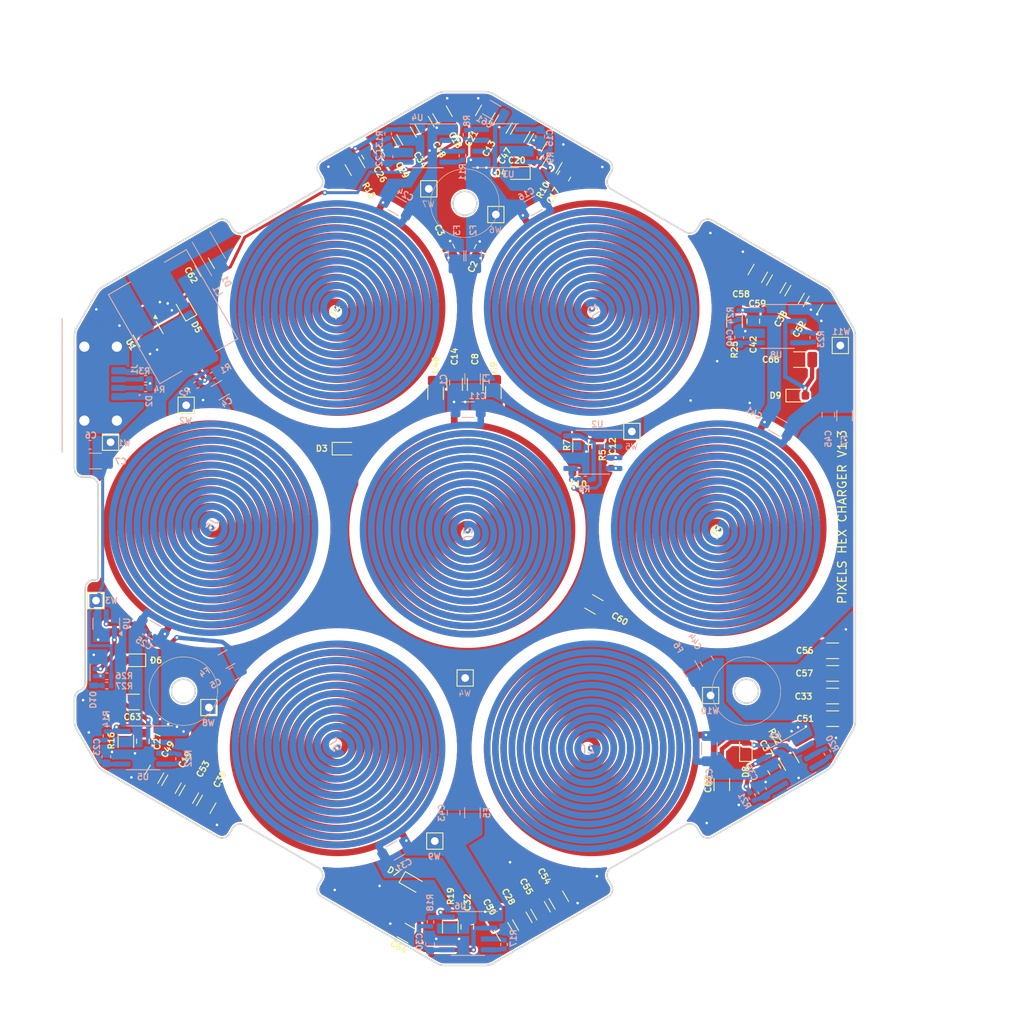
<source format=kicad_pcb>
(kicad_pcb (version 20241229) (generator "pcbnew") (generator_version "9.0")
  (layers (0 "F.Cu" signal) (2 "B.Cu" signal) (13 "F.Paste" user) (15 "B.Paste" user) (5 "F.SilkS" user "F.Silkscreen") (7 "B.SilkS" user "B.Silkscreen") (1 "F.Mask" user) (3 "B.Mask" user) (25 "Edge.Cuts" user))
  (net 0 "")
  (net 1 "GND")
  (net 2 "/Charger1/VCC")
  (net 3 "Net-(U3-FB)")
  (net 4 "Net-(U2-FB)")
  (net 5 "Net-(U2-PVSS)")
  (net 6 "Net-(U3-PVSS)")
  (net 7 "Net-(U4-FB)")
  (net 8 "Net-(U5-FB)")
  (net 9 "Net-(D3-A)")
  (net 10 "Net-(R5-Pad1)")
  (net 11 "Net-(R5-Pad2)")
  (net 12 "Net-(U4-PVSS)")
  (net 13 "Net-(U5-PVSS)")
  (net 14 "Net-(U6-FB)")
  (net 15 "Net-(U6-PVSS)")
  (net 16 "Net-(U7-FB)")
  (net 17 "Net-(U7-PVSS)")
  (net 18 "Net-(U8-FB)")
  (net 19 "Net-(U8-PVSS)")
  (net 20 "Net-(D4-A)")
  (net 21 "Net-(D5-A)")
  (net 22 "Net-(D6-A)")
  (net 23 "Net-(D7-A)")
  (net 24 "Net-(D8-A)")
  (net 25 "Net-(D9-A)")
  (net 26 "Net-(R8-Pad2)")
  (net 27 "Net-(R8-Pad1)")
  (net 28 "Net-(R11-Pad2)")
  (net 29 "Net-(R11-Pad1)")
  (net 30 "Net-(R12-Pad2)")
  (net 31 "Net-(R12-Pad1)")
  (net 32 "Net-(R17-Pad2)")
  (net 33 "Net-(R17-Pad1)")
  (net 34 "Net-(R20-Pad2)")
  (net 35 "Net-(R20-Pad1)")
  (net 36 "Net-(R23-Pad2)")
  (net 37 "Net-(R23-Pad1)")
  (net 38 "+5V")
  (net 39 "/SW")
  (net 40 "Net-(U1-FB)")
  (net 42 "Net-(J1-CC1)")
  (net 43 "Net-(J1-CC2)")
  (net 44 "Net-(D10-A1)")
  (net 45 "Net-(D10-A2)")
  (net 46 "Net-(J2-Pin_1)")
  (net 47 "Net-(J3-Pin_1)")
  (net 48 "Net-(J4-Pin_1)")
  (net 49 "Net-(J5-Pin_1)")
  (net 50 "Net-(J6-Pin_1)")
  (net 51 "Net-(J7-Pin_1)")
  (net 52 "Net-(J8-Pin_1)")
  (net 53 "Net-(D10-K1)")
  (net 54 "/Charger1/+6V")
  (net 55 "/Charger2/+6V")
  (net 56 "/Charger3/+6V")
  (net 57 "/Charger4/+6V")
  (net 58 "/Charger5/+6V")
  (net 59 "/Charger6/+6V")
  (net 60 "/Charger7/+6V")
  (footprint "LED_SMD:LED_0603_1608Metric" (layer "F.Cu") (at 106.822411 115.276905 180)
    (property "Reference" "D6")
    (property "Value" "LED")
  )
  (footprint "Capacitor_SMD:C_1206_3216Metric" (layer "F.Cu") (at 144.42 83.05 90)
    (property "Reference" "C14")
    (property "Value" "47uF 10V 20% X5R")
  )
  (footprint "Resistor_SMD:R_1206_3216Metric" (layer "F.Cu") (at 105.99 124.76 90)
    (property "Reference" "R16")
    (property "Value" "0.91R")
  )
  (footprint "Pixels-dice:TestPoint_1.5x1.5_Drill0.9mm" (layer "F.Cu") (at 165.13568 88.55)
    (property "Reference" "W5")
    (property "Value" "+6V")
  )
  (footprint "Capacitor_SMD:C_1206_3216Metric" (layer "F.Cu") (at 138.8 147.15 150)
    (property "Reference" "C64")
    (property "Value" "47uF 10V 20% X5R")
  )
  (footprint "Capacitor_SMD:C_1206_3216Metric" (layer "F.Cu") (at 136.694789 55.22788 120)
    (property "Reference" "C29")
    (property "Value" "47uF 10V 20% X5R")
  )
  (footprint "Capacitor_SMD:C_1206_3216Metric" (layer "F.Cu") (at 154.465667 144.532257 -60)
    (property "Reference" "C55")
    (property "Value" "47uF 10V 20% X5R")
  )
  (footprint "Pixels-dice:COIL_25_0_12T_0760_0205" (layer "F.Cu") (at 130.737384 74.125236 60)
    (property "Reference" "J4")
    (property "Value" "Conn_01x02_Socket")
  )
  (footprint "Capacitor_SMD:C_0805_2012Metric" (layer "F.Cu") (at 161.2 90.25 -90)
    (property "Reference" "C12")
    (property "Value" "10uF 50V 10% X5R")
  )
  (footprint "Capacitor_SMD:C_1206_3216Metric" (layer "F.Cu") (at 152.0875 53.672613 60)
    (property "Reference" "C47")
    (property "Value" "47uF 10V 20% X5R")
  )
  (footprint "Pixels-dice:TestPoint_1.5x1.5_Drill0.9mm" (layer "F.Cu") (at 142.1 136.4)
    (property "Reference" "W9")
    (property "Value" "+6V")
  )
  (footprint "Resistor_SMD:R_1206_3216Metric" (layer "F.Cu") (at 177.129552 75.648712 90)
    (property "Reference" "R25")
    (property "Value" "0.91R")
  )
  (footprint "Capacitor_SMD:C_0805_2012Metric" (layer "F.Cu") (at 181.7842 128.040583 -60)
    (property "Reference" "C37")
    (property "Value" "10uF 50V 10% X5R")
  )
  (footprint "Capacitor_SMD:C_1206_3216Metric" (layer "F.Cu") (at 175.65 129.8 -90)
    (property "Reference" "C65")
    (property "Value" "47uF 10V 20% X5R")
  )
  (footprint "Resistor_SMD:R_1206_3216Metric" (layer "F.Cu") (at 159.14 90.23 90)
    (property "Reference" "R7")
    (property "Value" "0.91R")
  )
  (footprint "LED_SMD:LED_0603_1608Metric" (layer "F.Cu") (at 178.459685 125.606544 90)
    (property "Reference" "D8")
    (property "Value" "LED")
  )
  (footprint "Capacitor_SMD:C_1206_3216Metric" (layer "F.Cu") (at 146.82 83.05 90)
    (property "Reference" "C8")
    (property "Value" "47uF 10V 20% X5R")
  )
  (footprint "Capacitor_SMD:C_0603_1608Metric" (layer "F.Cu") (at 158.96 93.3 180)
    (property "Reference" "C10")
    (property "Value" "0.1uF 16V 10% X7R")
  )
  (footprint "LED_SMD:LED_0603_1608Metric" (layer "F.Cu") (at 139.576924 141.350489 -30)
    (property "Reference" "D7")
    (property "Value" "LED")
  )
  (footprint "Capacitor_SMD:C_1206_3216Metric" (layer "F.Cu") (at 184.75 80.15 180)
    (property "Reference" "C66")
    (property "Value" "47uF 10V 20% X5R")
  )
  (footprint "LED_SMD:LED_0603_1608Metric" (layer "F.Cu") (at 112.901914 74.002471 120)
    (property "Reference" "D5")
    (property "Value" "LED")
  )
  (footprint "Resistor_SMD:R_1206_3216Metric" (layer "F.Cu") (at 183.53125 127.066563 120)
    (property "Reference" "R22")
    (property "Value" "0.91R")
  )
  (footprint "Capacitor_SMD:C_1206_3216Metric" (layer "F.Cu") (at 142.19 84.09 90)
    (property "Reference" "C46")
    (property "Value" "47uF 10V 20% X5R")
  )
  (footprint "Pixels-dice:TestPoint_1.5x1.5_Drill0.9mm" (layer "F.Cu") (at 189.5 78.5)
    (property "Reference" "W11")
    (property "Value" "+6V")
  )
  (footprint "Capacitor_SMD:C_1206_3216Metric" (layer "F.Cu") (at 138.797395 54.013939 120)
    (property "Reference" "C34")
    (property "Value" "47uF 10V 20% X5R")
  )
  (footprint "Capacitor_SMD:C_0805_2012Metric" (layer "F.Cu") (at 157.22 58.69 60)
    (property "Reference" "C17")
    (property "Value" "10uF 50V 10% X5R")
  )
  (footprint "Capacitor_SMD:C_1206_3216Metric" (layer "F.Cu") (at 143.002606 51.58606 120)
    (property "Reference" "C18")
    (property "Value" "47uF 10V 20% X5R")
  )
  (footprint "Pixels-dice:TestPoint_1.5x1.5_Drill0.9mm" (layer "F.Cu") (at 115.7 120.8)
    (property "Reference" "W8")
    (property "Value" "+6V")
  )
  (footprint "Capacitor_SMD:C_1206_3216Metric" (layer "F.Cu") (at 184.152291 72.56002 60)
    (property "Reference" "C38")
    (property "Value" "47uF 10V 20% X5R")
  )
  (footprint "Capacitor_SMD:C_1206_3216Metric" (layer "F.Cu") (at 109.29 128.59 -120)
    (property "Reference" "C49")
    (property "Value" "47uF 10V 20% X5R")
  )
  (footprint "Pixels-dice:TestPoint_1.5x1.5_Drill0.9mm" (layer "F.Cu") (at 145.65 117.35)
    (property "Reference" "W4")
    (property "Value" "VCC")
  )
  (footprint "Pixels-dice:TestPoint_1.5x1.5_Drill0.9mm" (layer "F.Cu") (at 102.5 108.3)
    (property "Reference" "W3")
    (property "Value" "5V")
  )
  (footprint "Capacitor_SMD:C_1206_3216Metric" (layer "F.Cu") (at 182.004581 71.320039 60)
    (property "Reference" "C59")
    (property "Value" "47uF 10V 20% X5R")
  )
  (footprint "Capacitor_SMD:C_1206_3216Metric" (layer "F.Cu") (at 106.85 120.15)
    (property "Reference" "C63")
    (property "Value" "47uF 10V 20% X5R")
  )
  (footprint "Capacitor_SMD:C_0805_2012Metric" (layer "F.Cu") (at 143.65 67.2 -65)
    (property "Reference" "C3")
    (property "Value" "10uF 50V 10% X5R")
  )
  (footprint "Capacitor_SMD:C_1206_3216Metric" (layer "F.Cu") (at 111.320776 129.762469 -120)
    (property "Reference" "C19")
    (property "Value" "47uF 10V 20% X5R")
  )
  (footprint "Capacitor_SMD:C_1206_3216Metric" (layer "F.Cu") (at 188.6 114.17)
    (property "Reference" "C56")
    (property "Value" "47uF 10V 20% X5R")
  )
  (footprint "Capacitor_SMD:C_0805_2012Metric" (layer "F.Cu") (at 145.9 146.43 -90)
    (property "Reference" "C32")
    (property "Value" "10uF 50V 10% X5R")
  )
  (footprint "Capacitor_SMD:C_1206_3216Metric" (layer "F.Cu") (at 179.856872 70.080059 60)
    (property "Reference" "C58")
    (property "Value" "47uF 10V 20% X5R")
  )
  (footprint "Capacitor_SMD:C_1206_3216Metric" (layer "F.Cu") (at 188.6 122.1)
    (property "Reference" "C51")
    (property "Value" "47uF 10V 20% X5R")
  )
  (footprint "Resistor_SMD:R_1206_3216Metric" (layer "F.Cu") (at 143.91 146.42 90)
    (property "Reference" "R19")
    (property "Value" "0.91R")
  )
  (footprint "Capacitor_SMD:C_1206_3216Metric" (layer "F.Cu") (at 188.6 116.813333)
    (property "Reference" "C57")
    (property "Value" "47uF 10V 20% X5R")
  )
  (footprint "Capacitor_SMD:C_1206_3216Metric" (layer "F.Cu") (at 156.6 143.3 -60)
    (property "Reference" "C54")
    (property "Value" "47uF 10V 20% X5R")
  )
  (footprint "Pixels-dice:TestPoint_1.5x1.5_Drill0.9mm" (layer "F.Cu") (at 141.4 60.2)
    (property "Reference" "W7")
    (property "Value" "+6V")
  )
  (footprint "LED_SMD:LED_0603_1608Metric" (layer "F.Cu") (at 131.59486 90.556649)
    (property "Reference" "D3")
    (property "Value" "LED")
  )
  (footprint "Capacitor_SMD:C_0805_2012Metric" (layer "F.Cu") (at 147.5 67.25 -115)
    (property "Reference" "C2")
    (property "Value" "10uF 50V 10% X5R")
  )
  (footprint "Capacitor_SMD:C_1206_3216Metric" (layer "F.Cu") (at 188.6 119.456667)
    (property "Reference" "C33")
    (property "Value" "47uF 10V 20% X5R")
  )
  (footprint "Capacitor_SMD:C_1206_3216Metric" (layer "F.Cu") (at 148.95 84 90)
    (property "Reference" "C9")
    (property "Value" "47uF 10V 20% X5R")
  )
  (footprint "Capacitor_SMD:C_1206_3216Metric" (layer "F.Cu") (at 115.382327 132.107407 -120)
    (property "Reference" "C39")
    (property "Value" "47uF 10V 20% X5R")
  )
  (footprint "Pixels-dice:COIL_25_0_12T_0760_0205" (layer "F.Cu") (at 175.287384 99.845236 60)
    (property "Reference" "J8")
    (property "Value" "Conn_01x02_Socket")
  )
  (footprint "Capacitor_SMD:C_0805_2012Metric" (layer "F.Cu") (at 107.98 124.74 -90)
    (property "Reference" "C27")
    (property "Value" "10uF 50V 10% X5R")
  )
  (footprint "LED_SMD:LED_0603_1608Metric" (layer "F.Cu") (at 151.76396 58.35798 180)
    (property "Reference" "D4")
    (property "Value" "LED")
  )
  (footprint "Capacitor_SMD:C_0805_2012Metric" (layer "F.Cu") (at 134.32 56.12 -60)
    (property "Reference" "C26")
    (property "Value" "10uF 50V 10% X5R")
  )
  (footprint "Capacitor_SMD:C_1206_3216Metric" (layer "F.Cu") (at 115.2 69.35 120)
    (property "Reference" "C62")
    (property "Value" "47uF 10V 20% X5R")
  )
  (footprint "Resistor_SMD:R_0402_1005Metric" (layer "F.Cu") (at 162.7 92.2 90)
    (property "Reference" "R5")
    (property "Value" "120K 1%")
  )
  (footprint "Capacitor_SMD:C_1206_3216Metric" (layer "F.Cu") (at 149.998658 52.644525 60)
    (property "Reference" "C13")
    (property "Value" "47uF 10V 20% X5R")
  )
  (footprint "Resistor_SMD:R_1206_3216Metric" (layer "F.Cu") (at 132.77 57.56 120)
    (property "Reference" "R15")
    (property "Value" "0.91R")
  )
  (footprint "Capacitor_SMD:C_1206_3216Metric" (layer "F.Cu") (at 186.3 73.8 60)
    (property "Reference" "C52")
    (property "Value" "47uF 10V 20% X5R")
  )
  (footprint "Capacitor_SMD:C_0805_2012Metric" (layer "F.Cu") (at 179.33 75.66 -90)
    (property "Reference" "C42")
    (property "Value" "10uF 50V 10% X5R")
  )
  (footprint "Pixels-dice:TestPoint_1.5x1.5_Drill0.9mm" (layer "F.Cu") (at 149.237924 63.20517)
    (property "Reference" "W6")
    (property "Value" "+6V")
  )
  (footprint "Capacitor_SMD:C_1206_3216Metric" (layer "F.Cu") (at 140.9 52.8 120)
    (property "Reference" "C48")
    (property "Value" "47uF 10V 20% X5R")
  )
  (footprint "Capacitor_SMD:C_1206_3216Metric" (layer "F.Cu") (at 154.088841 54.828088 60)
    (property "Reference" "C20")
    (property "Value" "47uF 10V 20% X5R")
  )
  (footprint "LED_SMD:LED_0603_1608Metric" (layer "F.Cu") (at 184.631435 84.359442)
    (property "Reference" "D9")
    (property "Value" "LED")
  )
  (footprint "Package_TO_SOT_SMD:SOT-23-6" (layer "F.Cu") (at 108.6 77.2 -60)
    (property "Reference" "U1")
    (property "Value" "MT3608B")
  )
  (footprint "Capacitor_SMD:C_1206_3216Metric" (layer "F.Cu") (at 113.351551 130.934937 -120)
    (property "Reference" "C53")
    (property "Value" "47uF 10V 20% X5R")
  )
  (footprint "Capacitor_SMD:C_1206_3216Metric" (layer "F.Cu") (at 160.7 108.75 -30)
    (property "Reference" "C60")
    (property "Value" "47uF 10V 20% X5R")
  )
  (footprint "Capacitor_SMD:C_1206_3216Metric" (layer "F.Cu") (at 150.197003 146.996772 -60)
    (property "Reference" "C50")
    (property "Value" "47uF 10V 20% X5R")
  )
  (footprint "Pixels-dice:TestPoint_1.5x1.5_Drill0.9mm" (layer "F.Cu") (at 174.34 119.39)
    (property "Reference" "W10")
    (property "Value" "+6V")
  )
  (footprint "Pixels-dice:TestPoint_1.5x1.5_Drill0.9mm" (layer "F.Cu") (at 104.2 89.8)
    (property "Reference" "W1")
    (property "Value" "VBUS")
  )
  (footprint "Resistor_SMD:R_1206_3216Metric" (layer "F.Cu") (at 155.824552 57.306988 -120)
    (property "Reference" "R10")
    (property "Value" "0.91R")
  )
  (footprint "Pixels-dice:TestPoint_1.5x1.5_Drill0.9mm" (layer "F.Cu") (at 113.04 85.49)
    (property "Reference" "W2")
    (property "Value" "GND")
  )
  (footprint "Capacitor_SMD:C_1206_3216Metric" (layer "F.Cu") (at 147.997316 51.489049 60)
    (property "Reference" "C21")
    (property "Value" "47uF 10V 20% X5R")
  )
  (footprint "Capacitor_SMD:C_1206_3216Metric" (layer "F.Cu") (at 152.331335 145.764514 -60)
    (property "Reference" "C28")
    (property "Value" "47uF 10V 20% X5R")
  )
  (footprint "Capacitor_SMD:C_0603_1608Metric" (layer "B.Cu") (at 154.42 54.09 90)
    (property "Reference" "C15")
    (property "Value" "0.1uF 16V 10% X7R")
  )
  (footprint "Pixels-dice:COIL_25_0_12T_0760_0205" (layer "B.Cu") (at 160.437384 125.565236)
    (property "Reference" "J7")
    (property "Value" "Conn_01x02_Socket")
  )
  (footprint "Capacitor_SMD:C_0805_2012Metric" (layer "B.Cu") (at 144.3 133.1 90)
    (property "Reference" "C43")
    (property "Value" "10uF 50V 10% X5R")
  )
  (footprint "Resistor_SMD:R_0402_1005Metric" (layer "B.Cu") (at 145.8 53.88 -90)
    (property "Reference" "R8")
    (property "Value" "120K 1%")
  )
  (footprint "Resistor_SMD:R_0402_1005Metric" (layer "B.Cu") (at 103.76 118.23)
    (property "Reference" "R27")
    (property "Value" "200R 5%")
  )
  (footprint "Capacitor_SMD:C_1206_3216Metric" (layer "B.Cu") (at 174.2 125.6 90)
    (property "Reference" "C36")
    (property "Value" "33nF 50V COG")
  )
  (footprint "Capacitor_SMD:C_0603_1608Metric" (layer "B.Cu") (at 136.689998 56.440001 -90)
    (property "Reference" "C22")
    (property "Value" "0.1uF 16V 10% X7R")
  )
  (footprint "Resistor_SMD:R_0402_1005Metric" (layer "B.Cu") (at 145.33 56.319999 90)
    (property "Reference" "R11")
    (property "Value" "120K 1%")
  )
  (footprint "Resistor_SMD:R_0402_1005Metric" (layer "B.Cu") (at 177.68 74.92 90)
    (property "Reference" "R24")
    (property "Value" "1k 1%")
  )
  (footprint "Pixels-dice:COIL_25_0_12T_0760_0205" (layer "B.Cu") (at 145.924126 100.016136 90)
    (property "Reference" "J2")
    (property "Value" "Conn_01x02_Socket")
  )
  (footprint "Pixels-dice:SOIC-8_3.9x4.9mm_P1.27mm" (layer "B.Cu") (at 141.137776 55.176343 -90)
    (property "Reference" "U4")
    (property "Value" "XKT520")
  )
  (footprint "Pixels-dice:DFN" (layer "B.Cu") (at 107.6 85 -90)
    (property "Reference" "D2")
    (property "Value" "D_TVS")
  )
  (footprint "Capacitor_SMD:C_0805_2012Metric" (layer "B.Cu") (at 118.615646 116.850218 30)
    (property "Reference" "C5")
    (property "Value" "10uF 50V 10% X5R")
  )
  (footprint "Resistor_SMD:R_0402_1005Metric" (layer "B.Cu") (at 108.3 83.5 180)
    (property "Reference" "R4")
    (property "Value" "5.1k 1%")
  )
  (footprint "Capacitor_SMD:C_1206_3216Metric" (layer "B.Cu") (at 102.43 92 180)
    (property "Reference" "C7")
    (property "Value" "47uF 10V 20% X5R")
  )
  (footprint "Capacitor_SMD:C_0603_1608Metric" (layer "B.Cu") (at 141.55 148.42 -90)
    (property "Reference" "C30")
    (property "Value" "0.1uF 16V 10% X7R")
  )
  (footprint "Capacitor_SMD:C_1206_3216Metric" (layer "B.Cu") (at 146 86 180)
    (property "Reference" "C11")
    (property "Value" "33nF 50V COG")
  )
  (footprint "Resistor_SMD:R_0402_1005Metric" (layer "B.Cu") (at 114.23 83.12 -150)
    (property "Reference" "R2")
    (property "Value" "47k")
  )
  (footprint "Fuse:Fuse_1206_3216Metric" (layer "B.Cu") (at 146.521788 82.400596 -90)
    (property "Reference" "F1")
    (property "Value" "250mA 150mR")
  )
  (footprint "Pixels-dice:SOIC-8_3.9x4.9mm_P1.27mm" (layer "B.Cu") (at 160.575 90.965 -90)
    (property "Reference" "U2")
    (property "Value" "XKT520")
  )
  (footprint "Pixels-dice:SOIC-8_3.9x4.9mm_P1.27mm" (layer "B.Cu") (at 108.025 125.505 -90)
    (property "Reference" "U5")
    (property "Value" "XKT520")
  )
  (footprint "Resistor_SMD:R_0402_1005Metric" (layer "B.Cu") (at 108.3 82.4 180)
    (property "Reference" "R3")
    (property "Value" "5.1k 1%")
  )
  (footprint "Fuse:Fuse_1206_3216Metric" (layer "B.Cu") (at 190 86.7 90)
    (property "Reference" "F7")
    (property "Value" "250mA 150mR")
  )
  (footprint "Capacitor_SMD:C_1206_3216Metric" (layer "B.Cu") (at 137.5 137.5 30)
    (property "Reference" "C31")
    (property "Value" "33nF 50V COG")
  )
  (footprint "Resistor_SMD:R_0402_1005Metric" (layer "B.Cu") (at 112.21 126.78 90)
    (property "Reference" "R12")
    (property "Value" "120K 1%")
  )
  (footprint "Capacitor_SMD:C_0603_1608Metric" (layer "B.Cu") (at 177.68 77.58 -90)
    (property "Reference" "C40")
    (property "Value" "0.1uF 16V 10% X7R")
  )
  (footprint "Resistor_SMD:R_0402_1005Metric" (layer "B.Cu") (at 154.44 56.57 -90)
    (property "Reference" "R9")
    (property "Value" "1k 1%")
  )
  (footprint "Fuse:Fuse_1206_3216Metric" (layer "B.Cu") (at 146.5 133.1 -90)
    (property "Reference" "F5")
    (property "Value" "250mA 150mR")
  )
  (footprint "Pixels-dice:XL-3210SURUGC" (layer "B.Cu") (at 102.21 116.71 90)
    (property "Reference" "D10")
    (property "Value" "LED_Dual_KKAA" (hide yes))
  )
  (footprint "Fuse:Fuse_1206_3216Metric" (layer "B.Cu") (at 117.752248 115.15477 -150)
    (property "Reference" "F4")
    (property "Value" "250mA 150mR")
  )
  (footprint "Capacitor_SMD:C_0805_2012Metric" (layer "B.Cu") (at 144.57 82.84 90)
    (property "Reference" "C1")
    (property "Value" "10uF 50V 10% X5R")
  )
  (footprint "Capacitor_SMD:C_0603_1608Metric" (layer "B.Cu") (at 180.366348 130.504404 -60)
    (property "Reference" "C35")
    (property "Value" "0.1uF 16V 10% X7R")
  )
  (footprint "Capacitor_SMD:C_0805_2012Metric" (layer "B.Cu") (at 173.91 115.38 120)
    (property "Reference" "C44")
    (property "Value" "10uF 50V 10% X5R")
  )
  (footprint "Pixels-dice:SOIC-8_3.9x4.9mm_P1.27mm" (layer "B.Cu") (at 183.690912 127.112721 -60)
    (property "Reference" "U7")
    (property "Value" "XKT520")
  )
  (footprint "Pixels-dice:SOIC-8_3.9x4.9mm_P1.27mm" (layer "B.Cu") (at 145.975 147.195 -90)
    (property "Reference" "U6")
    (property "Value" "XKT520")
  )
  (footprint "Resistor_SMD:R_0402_1005Metric" (layer "B.Cu") (at 187.981032 126.073424 120)
    (property "Reference" "R20")
    (property "Value" "120K 1%")
  )
  (footprint "Pixels-dice:USB-C-SMD_10P-P1.00-L6.8-W8.9" (layer "B.Cu") (at 103.04 82.96 180)
    (property "Reference" "J1")
    (property "Value" "USB_C_Receptacle_USB2.0")
  )
  (footprint "Resistor_SMD:R_0402_1005Metric" (layer "B.Cu") (at 141.6 145.84 90)
    (property "Reference" "R18")
    (property "Value" "1k 1%")
  )
  (footprint "Pixels-dice:COIL_25_0_12T_0760_0205" (layer "B.Cu") (at 115.887384 99.845236 -120)
    (property "Reference" "J5")
    (property "Value" "Conn_01x02_Socket")
  )
  (footprint "Fuse:Fuse_1206_3216Metric" (layer "B.Cu") (at 172 116.3 -60)
    (property "Reference" "F6")
    (property "Value" "250mA 150mR")
  )
  (footprint "Resistor_SMD:R_0402_1005Metric" (layer "B.Cu") (at 103.77 117.15)
    (property "Reference" "R26")
    (property "Value" "200R 5%")
  )
  (footprint "Pixels-dice:COIL_25_0_12T_0760_0205" (layer "B.Cu") (at 130.737384 125.565236 -60)
    (property "Reference" "J6")
    (property "Value" "Conn_01x02_Socket")
  )
  (footprint "Capacitor_SMD:C_1206_3216Metric" (layer "B.Cu") (at 108.97597 111.746629 -30)
    (property "Reference" "C25")
    (property "Value" "33nF 50V COG")
  )
  (footprint "Resistor_SMD:R_0402_1005Metric" (layer "B.Cu") (at 179.19 131.2 120)
    (property "Reference" "R21")
    (property "Value" "1k 1%")
  )
  (footprint "Resistor_SMD:R_0402_1005Metric" (layer "B.Cu") (at 150.19 148.49 90)
    (property "Reference" "R17")
    (property "Value" "120K 1%")
  )
  (footprint "Package_TO_SOT_SMD:SOT-23" (layer "B.Cu") (at 103.7 111 90)
    (property "Reference" "U9")
    (property "Value" "SSP61CN4802MR")
  )
  (footprint "Pixels-dice:SOIC-8_3.9x4.9mm_P1.27mm" (layer "B.Cu") (at 182.16 76.274999 -90)
    (property "Reference" "U8")
    (property "Value" "XKT520")
  )
  (footprint "Fuse:Fuse_1206_3216Metric" (layer "B.Cu") (at 144.593494 68.044511 90)
    (property "Reference" "F3")
    (property "Value" "250mA 150mR")
  )
  (footprint "Inductor_SMD:L_Sunlord_MWSA1005S" (layer "B.Cu") (at 111.51 75.14 120)
    (property "Reference" "L1")
    (property "Value" "15uH 7A")
  )
  (footprint "Capacitor_SMD:C_1206_3216Metric" (layer "B.Cu") (at 148.75 51 150)
    (property "Reference" "C61")
    (property "Value" "47uF 10V 20% X5R")
  )
  (footprint "Capacitor_SMD:C_1206_3216Metric" (layer "B.Cu") (at 117.03 83.73 -150)
    (property "Reference" "C4")
    (property "Value" "47uF 10V 20% X5R")
  )
  (footprint "Resistor_SMD:R_0402_1005Metric" (layer "B.Cu") (at 103.72 124.11 90)
    (property "Reference" "R14")
    (property "Value" "1k 1%")
  )
  (footprint "Capacitor_SMD:C_1206_3216Metric" (layer "B.Cu") (at 182.198798 87.943843 -30)
    (property "Reference" "C41")
    (property "Value" "33nF 50V COG")
  )
  (footprint "Fuse:Fuse_1206_3216Metric" (layer "B.Cu") (at 146.64 68.03 90)
    (property "Reference" "F2")
    (property "Value" "250mA 150mR")
  )
  (footprint "Pixels-dice:SOIC-8_3.9x4.9mm_P1.27mm" (layer "B.Cu") (at 149.944395 55.160002 90)
    (property "Reference" "U3")
    (property "Value" "XKT520")
  )
  (footprint "Resistor_SMD:R_0402_1005Metric" (layer "B.Cu") (at 186.34 77.58 90)
    (property "Reference" "R23")
    (property "Value" "120K 1%")
  )
  (footprint "Resistor_SMD:R_0402_1005Metric" (layer "B.Cu") (at 136.65 53.769998 90)
    (property "Reference" "R13")
    (property "Value" "1k 1%")
  )
  (footprint "Capacitor_SMD:C_1206_3216Metric" (layer "B.Cu") (at 153.586183 62.189079 -150)
    (property "Reference" "C16")
    (property "Value" "33nF 50V COG")
  )
  (footprint "Capacitor_SMD:C_0805_2012Metric" (layer "B.Cu") (at 188.1 86.600001 -90)
    (property "Reference" "C45")
    (property "Value" "10uF 50V 10% X5R")
  )
  (footprint "Capacitor_SMD:C_0603_1608Metric" (layer "B.Cu") (at 101.8 90.1 180)
    (property "Reference" "C6")
    (property "Value" "0.1uF 16V 10% X7R")
  )
  (footprint "Resistor_SMD:R_0402_1005Metric" (layer "B.Cu") (at 116.16 82.01 -150)
    (property "Reference" "R1")
    (property "Value" "360k")
  )
  (footprint "Capacitor_SMD:C_0603_1608Metric" (layer "B.Cu") (at 103.71 126.55 -90)
    (property "Reference" "C23")
    (property "Value" "0.1uF 16V 10% X7R")
  )
  (footprint "Pixels-dice:COIL_25_0_12T_0760_0205" (layer "B.Cu") (at 160.437384 74.125236 120)
    (property "Reference" "J3")
    (property "Value" "Conn_01x02_Socket")
  )
  (footprint "Resistor_SMD:R_0402_1005Metric" (layer "B.Cu") (at 159.69 94.18)
    (property "Reference" "R6")
    (property "Value" "1k 1%")
  )
  (footprint "Pixels-dice:SMAF" (layer "B.Cu") (at 115.92778 67.79 120)
    (property "Reference" "D1")
    (property "Value" "D")
  )
  (footprint "Capacitor_SMD:C_1206_3216Metric" (layer "B.Cu") (at 137.7 62.2 -30)
    (property "Reference" "C24")
    (property "Value" "33nF 50V COG")
  )
  (gr_circle (center 145.619315 61.886057) (end 149.619315 61.886057) (stroke (width 0.05)) (fill no) (layer "F.SilkS"))
  (gr_circle (center 112.710419 118.885547) (end 116.710419 118.885547) (stroke (width 0.05)) (fill no) (layer "F.SilkS"))
  (gr_circle (center 178.528758 118.88586) (end 182.528758 118.88586) (stroke (width 0.05)) (fill no) (layer "F.SilkS"))
  (gr_circle (center 178.528758 118.88586) (end 182.528758 118.88586) (stroke (width 0.05)) (fill no) (layer "B.SilkS"))
  (gr_circle (center 145.619315 61.886057) (end 149.619315 61.886057) (stroke (width 0.05)) (fill no) (layer "B.SilkS"))
  (gr_circle (center 112.710419 118.885547) (end 116.710419 118.885547) (stroke (width 0.05)) (fill no) (layer "B.SilkS"))
  (gr_arc (start 119.846739 65.246527) (mid 119.087883 65.346442) (end 118.480649 64.880485) (stroke (width 0.2)) (layer "Edge.Cuts"))
  (gr_arc (start 116.739599 63.865008) (mid 117.498435 63.765104) (end 118.105678 64.231064) (stroke (width 0.2)) (layer "Edge.Cuts"))
  (gr_arc (start 118.105699 135.541037) (mid 117.498442 136.00701) (end 116.739659 135.907088) (stroke (width 0.2)) (layer "Edge.Cuts"))
  (gr_arc (start 102.574273 72.352739) (mid 102.892085 71.938559) (end 103.306332 71.620739) (stroke (width 0.2)) (layer "Edge.Cuts"))
  (gr_circle (center 178.52828 118.886057) (end 179.92828 118.886057) (stroke (width 0.2)) (fill no) (layer "Edge.Cuts"))
  (gr_arc (start 103.306335 128.151405) (mid 102.892086 127.833543) (end 102.574268 127.419324) (stroke (width 0.2)) (layer "Edge.Cuts"))
  (gr_arc (start 174.499027 135.907106) (mid 173.740183 136.007007) (end 173.132971 135.541073) (stroke (width 0.2)) (layer "Edge.Cuts"))
  (gr_arc (start 173.133039 64.230889) (mid 173.738371 63.765533) (end 174.487721 63.858478) (stroke (width 0.2)) (layer "Edge.Cuts"))
  (gr_line (start 119.846739 65.246527) (end 128.511566 60.243887) (stroke (width 0.2)) (layer "Edge.Cuts"))
  (gr_line (start 188.664447 127.419219) (end 190.992458 123.38697) (stroke (width 0.2)) (layer "Edge.Cuts"))
  (gr_arc (start 188.664447 127.419219) (mid 188.346537 127.833536) (end 187.932276 128.15139) (stroke (width 0.2)) (layer "Edge.Cuts"))
  (gr_arc (start 101.734315 93.886057) (mid 102.441423 94.17895) (end 102.734315 94.886061) (stroke (width 0.2)) (layer "Edge.Cuts"))
  (gr_arc (start 100.252217 123.397457) (mid 100.053392 122.918685) (end 99.984323 122.397661) (stroke (width 0.2)) (layer "Edge.Cuts"))
  (gr_line (start 142.297291 49.109269) (end 128.856211 56.869478) (stroke (width 0.2)) (layer "Edge.Cuts"))
  (gr_arc (start 101.234315 117.886061) (mid 101.063453 118.445075) (end 100.60931 118.81307) (stroke (width 0.2)) (layer "Edge.Cuts"))
  (gr_arc (start 187.932354 71.620743) (mid 188.346543 71.938574) (end 188.658928 72.343349) (stroke (width 0.2)) (layer "Edge.Cuts"))
  (gr_line (start 118.480638 64.880491) (end 118.105688 64.231058) (stroke (width 0.2)) (layer "Edge.Cuts"))
  (gr_circle (center 145.619315 61.886057) (end 147.019315 61.886057) (stroke (width 0.2)) (fill no) (layer "Edge.Cuts"))
  (gr_arc (start 128.506913 139.525539) (mid 128.972842 140.132761) (end 128.872964 140.891582) (stroke (width 0.2)) (layer "Edge.Cuts"))
  (gr_line (start 173.133039 64.230889) (end 172.75793 64.880597) (stroke (width 0.2)) (layer "Edge.Cuts"))
  (gr_arc (start 143.297315 150.930816) (mid 142.779677 150.862659) (end 142.297339 150.662849) (stroke (width 0.2)) (layer "Edge.Cuts"))
  (gr_line (start 102.574273 72.352739) (end 100.252252 76.374596) (stroke (width 0.2)) (layer "Edge.Cuts"))
  (gr_line (start 148.941347 150.66284) (end 162.374563 142.90717) (stroke (width 0.2)) (layer "Edge.Cuts"))
  (gr_line (start 187.932354 71.620743) (end 174.487721 63.858478) (stroke (width 0.2)) (layer "Edge.Cuts"))
  (gr_line (start 174.499027 135.907106) (end 187.932287 128.151409) (stroke (width 0.2)) (layer "Edge.Cuts"))
  (gr_arc (start 100.984315 93.886057) (mid 100.277203 93.593156) (end 99.984335 92.886057) (stroke (width 0.2)) (layer "Edge.Cuts"))
  (gr_line (start 128.497925 58.23094) (end 128.872998 58.880585) (stroke (width 0.2)) (layer "Edge.Cuts"))
  (gr_line (start 99.984315 119.740061) (end 99.984315 122.397661) (stroke (width 0.2)) (layer "Edge.Cuts"))
  (gr_arc (start 162.740614 141.541018) (mid 162.841079 142.297858) (end 162.374557 142.90716) (stroke (width 0.2)) (layer "Edge.Cuts"))
  (gr_arc (start 162.374598 56.864964) (mid 162.840577 57.472232) (end 162.740566 58.231022) (stroke (width 0.2)) (layer "Edge.Cuts"))
  (gr_circle (center 112.71035 118.886057) (end 114.11035 118.886057) (stroke (width 0.2)) (fill no) (layer "Edge.Cuts"))
  (gr_line (start 101.234315 106.886161) (end 101.234315 117.886061) (stroke (width 0.2)) (layer "Edge.Cuts"))
  (gr_line (start 162.374598 56.864964) (end 148.941295 49.109247) (stroke (width 0.2)) (layer "Edge.Cuts"))
  (gr_line (start 118.105699 135.541037) (end 118.480696 134.891523) (stroke (width 0.2)) (layer "Edge.Cuts"))
  (gr_arc (start 118.480696 134.891523) (mid 119.087871 134.425628) (end 119.846688 134.525556) (stroke (width 0.2)) (layer "Edge.Cuts"))
  (gr_arc (start 99.984315 77.374661) (mid 100.051535 76.860447) (end 100.252278 76.374611) (stroke (width 0.2)) (layer "Edge.Cuts"))
  (gr_arc (start 191.254315 122.397361) (mid 191.187325 122.910733) (end 190.992458 123.38697) (stroke (width 0.2)) (layer "Edge.Cuts"))
  (gr_arc (start 171.391883 134.52558) (mid 172.150745 134.425661) (end 172.757995 134.891628) (stroke (width 0.2)) (layer "Edge.Cuts"))
  (gr_arc (start 99.984315 119.740061) (mid 100.155144 119.181066) (end 100.609316 118.813085) (stroke (width 0.2)) (layer "Edge.Cuts"))
  (gr_line (start 172.757995 134.891628) (end 173.132958 135.541081) (stroke (width 0.2)) (layer "Edge.Cuts"))
  (gr_arc (start 128.497925 58.23094) (mid 128.397185 57.475362) (end 128.856211 56.869478) (stroke (width 0.2)) (layer "Edge.Cuts"))
  (gr_arc (start 128.872998 58.880585) (mid 128.972884 59.639366) (end 128.511566 60.243887) (stroke (width 0.2)) (layer "Edge.Cuts"))
  (gr_line (start 103.306335 128.151405) (end 116.739637 135.907126) (stroke (width 0.2)) (layer "Edge.Cuts"))
  (gr_line (start 100.984315 93.886057) (end 101.734315 93.886057) (stroke (width 0.2)) (layer "Edge.Cuts"))
  (gr_line (start 99.984315 77.374661) (end 99.984315 92.886057) (stroke (width 0.2)) (layer "Edge.Cuts"))
  (gr_line (start 119.846688 134.525556) (end 128.506913 139.525539) (stroke (width 0.2)) (layer "Edge.Cuts"))
  (gr_line (start 116.739599 63.865008) (end 103.30632 71.620716) (stroke (width 0.2)) (layer "Edge.Cuts"))
  (gr_line (start 128.872964 140.891582) (end 128.491757 141.551847) (stroke (width 0.2)) (layer "Edge.Cuts"))
  (gr_arc (start 172.75793 64.880597) (mid 172.150761 65.346489) (end 171.391944 65.246554) (stroke (width 0.2)) (layer "Edge.Cuts"))
  (gr_line (start 162.370571 58.872027) (end 162.740633 58.231062) (stroke (width 0.2)) (layer "Edge.Cuts"))
  (gr_arc (start 101.234315 106.886161) (mid 101.524096 106.182098) (end 102.234415 105.886057) (stroke (width 0.2)) (layer "Edge.Cuts"))
  (gr_arc (start 162.731753 60.246594) (mid 162.265795 59.639352) (end 162.370571 58.872027) (stroke (width 0.2)) (layer "Edge.Cuts"))
  (gr_line (start 102.484315 105.886057) (end 102.234415 105.886057) (stroke (width 0.2)) (layer "Edge.Cuts"))
  (gr_line (start 143.297315 150.930816) (end 147.946506 150.930816) (stroke (width 0.2)) (layer "Edge.Cuts"))
  (gr_line (start 102.734315 94.886061) (end 102.734315 105.636061) (stroke (width 0.2)) (layer "Edge.Cuts"))
  (gr_line (start 162.731753 60.246594) (end 171.391944 65.246554) (stroke (width 0.2)) (layer "Edge.Cuts"))
  (gr_line (start 128.863917 142.907082) (end 142.297329 150.662867) (stroke (width 0.2)) (layer "Edge.Cuts"))
  (gr_line (start 100.252217 123.397457) (end 102.57425 127.419335) (stroke (width 0.2)) (layer "Edge.Cuts"))
  (gr_arc (start 102.734315 105.636061) (mid 102.661093 105.812836) (end 102.484315 105.886061) (stroke (width 0.2)) (layer "Edge.Cuts"))
  (gr_arc (start 128.863917 142.907082) (mid 128.398051 142.299912) (end 128.491757 141.551847) (stroke (width 0.2)) (layer "Edge.Cuts"))
  (gr_arc (start 142.297291 49.109269) (mid 142.777521 48.910035) (end 143.297315 48.841314) (stroke (width 0.2)) (layer "Edge.Cuts"))
  (gr_line (start 191.254315 122.397361) (end 191.254325 77.36399) (stroke (width 0.2)) (layer "Edge.Cuts"))
  (gr_arc (start 147.941315 48.841298) (mid 148.458934 48.909443) (end 148.941295 49.109247) (stroke (width 0.2)) (layer "Edge.Cuts"))
  (gr_line (start 190.98632 76.374496) (end 188.658928 72.343349) (stroke (width 0.2)) (layer "Edge.Cuts"))
  (gr_arc (start 190.98632 76.374496) (mid 191.184978 76.852522) (end 191.254325 77.36399) (stroke (width 0.2)) (layer "Edge.Cuts"))
  (gr_arc (start 162.365635 140.891535) (mid 162.265752 140.132748) (end 162.731683 139.525549) (stroke (width 0.2)) (layer "Edge.Cuts"))
  (gr_arc (start 148.941347 150.66284) (mid 148.458937 150.862659) (end 147.946506 150.930816) (stroke (width 0.2)) (layer "Edge.Cuts"))
  (gr_line (start 162.731683 139.525549) (end 171.391883 134.52558) (stroke (width 0.2)) (layer "Edge.Cuts"))
  (gr_line (start 162.740614 141.541018) (end 162.365635 140.891535) (stroke (width 0.2)) (layer "Edge.Cuts"))
  (gr_line (start 147.941315 48.841298) (end 143.297315 48.841298) (stroke (width 0.2)) (layer "Edge.Cuts"))
  (gr_text "PIXELS HEX CHARGER V1.3" (at 190.3 108.8 90) (layer "F.SilkS") (effects (font (size 1 1)) (justify left bottom)))
  (segment (start 104.37 125.99) (end 105.99 126.2225) (width 0.5) (layer "F.Cu") (net 1))
  (segment (start 182.259201 128.863308) (end 180.77 129.5) (width 0.5) (layer "F.Cu") (net 1))
  (segment (start 142.27 147.82) (end 143.91 147.8825) (width 0.5) (layer "F.Cu") (net 1))
  (segment (start 184.2625 128.333126) (end 182.259201 128.863308) (width 0.5) (layer "F.Cu") (net 1))
  (segment (start 107.98 125.69) (end 107.06 126.15) (width 0.5) (layer "F.Cu") (net 1))
  (segment (start 143.91 147.8825) (end 144.94 147.83) (width 0.5) (layer "F.Cu") (net 1))
  (segment (start 178.39 76.83) (end 177.129552 77.111212) (width 0.5) (layer "F.Cu") (net 1))
  (segment (start 145.9 147.38) (end 144.94 147.83) (width 0.5) (layer "F.Cu") (net 1))
  (segment (start 161.2 91.2) (end 159.81 90.9) (width 0.5) (layer "F.Cu") (net 1))
  (segment (start 153.66 54.52) (end 154.738841 53.678088) (width 0.5) (layer "F.Cu") (net 1))
  (segment (start 135.96 55.67) (end 135.957289 53.950493) (width 0.5) (layer "F.Cu") (net 1))
  (segment (start 179.33 76.61) (end 178.39 76.83) (width 0.5) (layer "F.Cu") (net 1))
  (segment (start 105.99 126.2225) (end 107.06 126.15) (width 0.5) (layer "F.Cu") (net 1))
  (segment (start 159.14 91.6925) (end 159.81 90.9) (width 0.5) (layer "F.Cu") (net 1))
  (via (at 178.11 67.55) (size 0.6) (drill 0.3) (layers "F.Cu" "B.Cu") (net 1))
  (via (at 135.65 141.64) (size 0.6) (drill 0.3) (layers "F.Cu" "B.Cu") (net 1))
  (via (at 174.31 65.36) (size 0.6) (drill 0.3) (layers "F.Cu" "B.Cu") (net 1))
  (via (at 144.94 147.83) (size 0.6) (drill 0.3) (layers "F.Cu" "B.Cu") (net 1))
  (via (at 150.9 138.87) (size 0.6) (drill 0.3) (layers "F.Cu" "B.Cu") (net 1))
  (via (at 177.64 132.18) (size 0.6) (drill 0.3) (layers "F.Cu" "B.Cu") (net 1))
  (via (at 189 124.34) (size 0.6) (drill 0.3) (layers "F.Cu" "B.Cu") (net 1))
  (via (at 180.77 129.5) (size 0.6) (drill 0.3) (layers "F.Cu" "B.Cu") (net 1))
  (via (at 104.37 125.99) (size 0.6) (drill 0.3) (layers "F.Cu" "B.Cu") (net 1))
  (via (at 135.96 55.67) (size 0.6) (drill 0.3) (layers "F.Cu" "B.Cu") (net 1))
  (via (at 113.33 83.6) (size 0.6) (drill 0.3) (layers "F.Cu" "B.Cu") (net 1))
  (via (at 159.81 90.9) (size 0.6) (drill 0.3) (layers "F.Cu" "B.Cu") (net 1))
  (via (at 178.91 85.21) (size 0.6) (drill 0.3) (layers "F.Cu" "B.Cu") (net 1))
  (via (at 102.24 114.64) (size 0.6) (drill 0.3) (layers "F.Cu" "B.Cu") (net 1))
  (via (at 102.54 74.28) (size 0.6) (drill 0.3) (layers "F.Cu" "B.Cu") (net 1))
  (via (at 108.82 82.93) (size 0.6) (drill 0.3) (layers "F.Cu" "B.Cu") (net 1))
  (via (at 100.99 119.93) (size 0.6) (drill 0.3) (layers "F.Cu" "B.Cu") (net 1))
  (via (at 143.55 49.62) (size 0.6) (drill 0.3) (layers "F.Cu" "B.Cu") (net 1))
  (via (at 184.625089 129.018958) (size 0.6) (drill 0.3) (layers "F.Cu" "B.Cu") (net 1))
  (via (at 101.66 123.71) (size 0.6) (drill 0.3) (layers "F.Cu" "B.Cu") (net 1))
  (via (at 157.13 55.02) (size 0.6) (drill 0.3) (layers "F.Cu" "B.Cu") (net 1))
  (via (at 190.15 111.67) (size 0.6) (drill 0.3) (layers "F.Cu" "B.Cu") (net 1))
  (via (at 105.24 76.18) (size 0.6) (drill 0.3) (layers "F.Cu" "B.Cu") (net 1))
  (via (at 178.39 76.83) (size 0.6) (drill 0.3) (layers "F.Cu" "B.Cu") (net 1))
  (via (at 130.41 142.11) (size 0.6) (drill 0.3) (layers "F.Cu" "B.Cu") (net 1))
  (via (at 116.64 134.51) (size 0.6) (drill 0.3) (layers "F.Cu" "B.Cu") (net 1))
  (via (at 107.06 126.15) (size 0.6) (drill 0.3) (layers "F.Cu" "B.Cu") (net 1))
  (via (at 161.05 140.51) (size 0.6) (drill 0.3) (layers "F.Cu" "B.Cu") (net 1))
  (via (at 142.27 147.82) (size 0.6) (drill 0.3) (layers "F.Cu" "B.Cu") (net 1))
  (via (at 106.64 128.96) (size 0.6) (drill 0.3) (layers "F.Cu" "B.Cu") (net 1))
  (via (at 136.9 146.05) (size 0.6) (drill 0.3) (layers "F.Cu" "B.Cu") (net 1))
  (via (at 102.75 112.87) (size 0.6) (drill 0.3) (layers "F.Cu" "B.Cu") (net 1))
  (via (at 129.67 57.62) (size 0.6) (drill 0.3) (layers "F.Cu" "B.Cu") (net 1))
  (via (at 158.79 143.65) (size 0.6) (drill 0.3) (layers "F.Cu" "B.Cu") (net 1))
  (via (at 147.18 49.62) (size 0.6) (drill 0.3) (layers "F.Cu" "B.Cu") (net 1))
  (via (at 172 84.93) (size 0.6) (drill 0.3) (layers "F.Cu" "B.Cu") (net 1))
  (via (at 175.11 80.33) (size 0.6) (drill 0.3) (layers "F.Cu" "B.Cu") (net 1))
  (via (at 115.02 84.88) (size 0.6) (drill 0.3) (layers "F.Cu" "B.Cu") (net 1))
  (via (at 103.9 121.8) (size 0.6) (drill 0.3) (layers "F.Cu" "B.Cu") (net 1))
  (via (at 153.66 54.52) (size 0.6) (drill 0.3) (layers "F.Cu" "B.Cu") (net 1))
  (via (at 173.88 134.29) (size 0.6) (drill 0.3) (layers "F.Cu" "B.Cu") (net 1))
  (via (at 108.98 115.23) (size 0.6) (drill 0.3) (layers "F.Cu" "B.Cu") (net 1))
  (via (at 161.68 57.64) (size 0.6) (drill 0.3) (layers "F.Cu" "B.Cu") (net 1))
  (segment (start 181.864999 128.900147) (end 180.77 129.5) (width 0.5) (layer "B.Cu") (net 1))
  (segment (start 137.45 55.81) (end 136.689998 55.665) (width 0.5) (layer "B.Cu") (net 1))
  (segment (start 144.94 147.83) (end 143.5 147.83) (width 0.5) (layer "B.Cu") (net 1))
  (segment (start 107.06 126.15) (end 105.55 126.14) (width 0.5) (layer "B.Cu") (net 1))
  (segment (start 141.55 147.645) (end 142.27 147.82) (width 0.5) (layer "B.Cu") (net 1))
  (segment (start 159.78 91.58) (end 158.1 91.6) (width 0.5) (layer "B.Cu") (net 1))
  (segment (start 138.662776 55.811343) (end 137.45 55.81) (width 0.5) (layer "B.Cu") (net 1))
  (segment (start 136.689998 55.665) (end 135.96 55.67) (width 0.5) (layer "B.Cu") (net 1))
  (segment (start 177.68 76.805) (end 178.39 76.83) (width 0.5) (layer "B.Cu") (net 1))
  (segment (start 179.978848 129.833234) (end 180.77 129.5) (width 0.5) (layer "B.Cu") (net 1))
  (segment (start 115.752613 84.4675) (end 115.02 84.88) (width 0.7) (layer "B.Cu") (net 1))
  (segment (start 154.42 54.865) (end 153.66 54.52) (width 0.5) (layer "B.Cu") (net 1))
  (segment (start 104.87 126.15) (end 105.55 126.14) (width 0.5) (layer "B.Cu") (net 1))
  (segment (start 104.37 125.99) (end 104.87 126.15) (width 0.5) (layer "B.Cu") (net 1))
  (segment (start 113.788327 83.375001) (end 113.33 83.6) (width 0.7) (layer "B.Cu") (net 1))
  (segment (start 179.685 76.909999) (end 178.39 76.83) (width 0.5) (layer "B.Cu") (net 1))
  (segment (start 143.5 147.83) (end 142.27 147.82) (width 0.5) (layer "B.Cu") (net 1))
  (segment (start 103.71 125.775) (end 104.37 125.99) (width 0.5) (layer "B.Cu") (net 1))
  (segment (start 159.81 90.9) (end 159.78 91.58) (width 0.5) (layer "B.Cu") (net 1))
  (segment (start 152.419395 54.525002) (end 153.66 54.52) (width 0.5) (layer "B.Cu") (net 1))
  (segment (start 111.034211 113.444211) (end 111.95 112.62) (width 0.5) (layer "F.Cu") (net 2))
  (segment (start 109.36 113.44) (end 111.034211 113.444211) (width 0.5) (layer "F.Cu") (net 2))
  (segment (start 108.06 111.03) (end 109.36 113.44) (width 0.5) (layer "F.Cu") (net 2))
  (segment (start 103.7 111.03) (end 108.06 111.03) (width 0.5) (layer "F.Cu") (net 2))
  (via (at 147.45 68.3) (size 0.6) (drill 0.3) (layers "F.Cu" "B.Cu") (net 2))
  (via (at 103.7 111.03) (size 0.6) (drill 0.3) (layers "F.Cu" "B.Cu") (net 2))
  (via (at 143.7 68.25) (size 0.6) (drill 0.3) (layers "F.Cu" "B.Cu") (net 2))
  (via (at 111.95 112.62) (size 0.6) (drill 0.3) (layers "F.Cu" "B.Cu") (net 2))
  (segment (start 103.7 110.0625) (end 103.7 111.03) (width 0.5) (layer "B.Cu") (net 2))
  (segment (start 111.95 112.62) (end 117.25 113.12) (width 0.5) (layer "B.Cu") (net 2))
  (segment (start 117.25 113.12) (end 118.964684 114.45477) (width 0.5) (layer "B.Cu") (net 2))
  (segment (start 155.61 54.03) (end 155.61 55.66) (width 0.5) (layer "B.Cu") (net 3))
  (segment (start 154.42 53.315) (end 155.61 54.03) (width 0.5) (layer "B.Cu") (net 3))
  (segment (start 154.35 53.26) (end 154.42 53.315) (width 0.5) (layer "B.Cu") (net 3))
  (segment (start 155.61 55.66) (end 154.44 56.06) (width 0.5) (layer "B.Cu") (net 3))
  (segment (start 152.419395 53.255002) (end 154.35 53.26) (width 0.5) (layer "B.Cu") (net 3))
  (segment (start 158.09 94.18) (end 158.185 93.3) (width 0.5) (layer "F.Cu") (net 4))
  (via (at 158.09 94.18) (size 0.6) (drill 0.3) (layers "F.Cu" "B.Cu") (net 4))
  (segment (start 159.18 94.179999) (end 158.09 94.18) (width 0.5) (layer "B.Cu") (net 4))
  (segment (start 158.1 92.87) (end 158.09 94.18) (width 0.5) (layer "B.Cu") (net 4))
  (segment (start 159.14 88.7675) (end 160.12 89.63) (width 0.5) (layer "F.Cu") (net 5))
  (segment (start 160.12 89.63) (end 161.2 89.3) (width 0.5) (layer "F.Cu") (net 5))
  (via (at 160.12 89.63) (size 0.6) (drill 0.3) (layers "F.Cu" "B.Cu") (net 5))
  (segment (start 160.664847 89.915153) (end 160.12 89.63) (width 0.5) (layer "B.Cu") (net 5))
  (segment (start 159.04 89.06) (end 160.12 89.63) (width 0.5) (layer "B.Cu") (net 5))
  (segment (start 160.2 94.180001) (end 160.67 94.180001) (width 0.5) (layer "B.Cu") (net 5))
  (segment (start 158.1 89.06) (end 159.04 89.06) (width 0.5) (layer "B.Cu") (net 5))
  (segment (start 160.664847 89.915153) (end 160.67 94.180001) (width 0.5) (layer "B.Cu") (net 5))
  (segment (start 155.59 57.71) (end 155.093301 58.573551) (width 0.5) (layer "F.Cu") (net 6))
  (segment (start 156.745 59.512724) (end 155.093301 58.573551) (width 0.5) (layer "F.Cu") (net 6))
  (via (at 155.59 57.71) (size 0.6) (drill 0.3) (layers "F.Cu" "B.Cu") (net 6))
  (segment (start 152.419395 57.065002) (end 154.44 57.08) (width 0.5) (layer "B.Cu") (net 6))
  (segment (start 154.44 57.08) (end 155.59 57.71) (width 0.5) (layer "B.Cu") (net 6))
  (segment (start 136.83 57.08) (end 136.689998 57.215002) (width 0.5) (layer "B.Cu") (net 7))
  (segment (start 136.649999 54.279998) (end 135.12 55.18) (width 0.5) (layer "B.Cu") (net 7))
  (segment (start 135.12 56.18) (end 135.91 57.19) (width 0.5) (layer "B.Cu") (net 7))
  (segment (start 138.662776 57.081343) (end 136.83 57.08) (width 0.5) (layer "B.Cu") (net 7))
  (segment (start 135.12 55.18) (end 135.12 56.18) (width 0.5) (layer "B.Cu") (net 7))
  (segment (start 135.91 57.19) (end 136.689998 57.215002) (width 0.5) (layer "B.Cu") (net 7))
  (segment (start 103.71 127.325) (end 103.08 127.13) (width 0.5) (layer "B.Cu") (net 8))
  (segment (start 102.55 126.2) (end 102.55 124.62) (width 0.5) (layer "B.Cu") (net 8))
  (segment (start 103.77 127.41) (end 103.71 127.325) (width 0.5) (layer "B.Cu") (net 8))
  (segment (start 102.55 124.62) (end 103.72 124.62) (width 0.5) (layer "B.Cu") (net 8))
  (segment (start 105.55 127.41) (end 103.77 127.41) (width 0.5) (layer "B.Cu") (net 8))
  (segment (start 103.08 127.13) (end 102.55 126.2) (width 0.5) (layer "B.Cu") (net 8))
  (segment (start 133.09 91.62) (end 132.382361 90.556649) (width 0.35) (layer "F.Cu") (net 9))
  (segment (start 132.981414 94.705122) (end 133.09 91.62) (width 0.35) (layer "F.Cu") (net 9))
  (segment (start 157.993156 107.093156) (end 159.422612 108.0125) (width 0.35) (layer "F.Cu") (net 9))
  (segment (start 132.45 90.58) (end 132.382361 90.556649) (width 0.2) (layer "F.Cu") (net 9))
  (segment (start 159.689695 97.514839) (end 159.05 95.6) (width 0.35) (layer "F.Cu") (net 9))
  (segment (start 159.05 95.6) (end 158.36 95.16) (width 0.35) (layer "F.Cu") (net 9))
  (via (at 158.36 95.16) (size 0.6) (drill 0.3) (layers "F.Cu" "B.Cu") (net 9))
  (arc (start 159.689695 97.514839) (mid 144.460901 113.929839) (end 132.981414 94.705122) (width 0.35) (layer "F.Cu") (net 9))
  (segment (start 163.05 90.33) (end 161.44 90.33) (width 0.35) (layer "B.Cu") (net 9))
  (segment (start 160.91 95.16) (end 158.36 95.16) (width 0.35) (layer "B.Cu") (net 9))
  (segment (start 161.44 94.69) (end 160.91 95.16) (width 0.35) (layer "B.Cu") (net 9))
  (segment (start 161.44 90.33) (end 161.44 94.69) (width 0.35) (layer "B.Cu") (net 9))
  (segment (start 163.25 92.85) (end 162.699999 92.71) (width 0.5) (layer "F.Cu") (net 10))
  (via (at 163.25 92.85) (size 0.6) (drill 0.3) (layers "F.Cu" "B.Cu") (net 10))
  (segment (start 163.05 92.87) (end 163.25 92.85) (width 0.5) (layer "B.Cu") (net 10))
  (segment (start 163.25 91.6) (end 162.700001 91.69) (width 0.5) (layer "F.Cu") (net 11))
  (via (at 163.25 91.6) (size 0.6) (drill 0.3) (layers "F.Cu" "B.Cu") (net 11))
  (segment (start 163.05 91.6) (end 163.25 91.6) (width 0.5) (layer "B.Cu") (net 11))
  (segment (start 133.845 55.297275) (end 132.82 55.48) (width 0.5) (layer "F.Cu") (net 12))
  (segment (start 132.82 55.48) (end 132.038749 56.293439) (width 0.5) (layer "F.Cu") (net 12))
  (via (at 132.82 55.48) (size 0.6) (drill 0.3) (layers "F.Cu" "B.Cu") (net 12))
  (segment (start 138.662778 53.271341) (end 136.650001 53.259998) (width 0.5) (layer "B.Cu") (net 12))
  (segment (start 136.650001 53.259998) (end 132.82 55.48) (width 0.5) (layer "B.Cu") (net 12))
  (segment (start 107.98 123.79) (end 105.99 123.2975) (width 0.5) (layer "F.Cu") (net 13))
  (segment (start 104.89 123.07) (end 105.99 123.2975) (width 0.5) (layer "F.Cu") (net 13))
  (via (at 104.89 123.07) (size 0.6) (drill 0.3) (layers "F.Cu" "B.Cu") (net 13))
  (segment (start 104.57 123.6) (end 104.89 123.07) (width 0.5) (layer "B.Cu") (net 13))
  (segment (start 104.57 123.6) (end 105.55 123.6) (width 0.5) (layer "B.Cu") (net 13))
  (segment (start 104.89 123.07) (end 105.12 123.59) (width 0.5) (layer "B.Cu") (net 13))
  (segment (start 105.12 123.59) (end 105.55 123.6) (width 0.5) (layer "B.Cu") (net 13))
  (segment (start 103.72 123.6) (end 104.57 123.6) (width 0.5) (layer "B.Cu") (net 13))
  (segment (start 141.55 149.195) (end 140.22 148.45) (width 0.5) (layer "B.Cu") (net 14))
  (segment (start 143.5 149.1) (end 141.6 149.1) (width 0.5) (layer "B.Cu") (net 14))
  (segment (start 140.22 146.34) (end 141.6 146.35) (width 0.5) (layer "B.Cu") (net 14))
  (segment (start 140.22 148.45) (end 140.22 146.34) (width 0.5) (layer "B.Cu") (net 14))
  (segment (start 141.6 149.1) (end 141.55 149.195) (width 0.5) (layer "B.Cu") (net 14))
  (segment (start 145.9 145.48) (end 143.91 144.9575) (width 0.5) (layer "F.Cu") (net 15))
  (segment (start 143.91 144.9575) (end 142.79 144.72) (width 0.5) (layer "F.Cu") (net 15))
  (via (at 142.79 144.72) (size 0.6) (drill 0.3) (layers "F.Cu" "B.Cu") (net 15))
  (segment (start 143.5 145.29) (end 141.98 145.29) (width 0.5) (layer "B.Cu") (net 15))
  (segment (start 142.99 145.2) (end 143.5 145.29) (width 0.5) (layer "B.Cu") (net 15))
  (segment (start 141.98 145.29) (end 141.6 145.33) (width 0.5) (layer "B.Cu") (net 15))
  (segment (start 142.79 144.72) (end 142.99 145.2) (width 0.5) (layer "B.Cu") (net 15))
  (segment (start 179.445001 131.641673) (end 180.753848 131.175574) (width 0.5) (layer "B.Cu") (net 16))
  (segment (start 182.5 130) (end 180.7 131.05) (width 0.5) (layer "B.Cu") (net 16))
  (segment (start 178.97 127.72) (end 178.51 130.03) (width 0.5) (layer "F.Cu") (net 17))
  (segment (start 182.8 125.8) (end 181.309199 127.217858) (width 0.5) (layer "F.Cu") (net 17))
  (segment (start 179.590467 127.360467) (end 178.97 127.72) (width 0.5) (layer "F.Cu") (net 17))
  (segment (start 179.590467 127.360467) (end 181.309199 127.217858) (width 0.5) (layer "F.Cu") (net 17))
  (via (at 178.51 130.03) (size 0.6) (drill 0.3) (layers "F.Cu" "B.Cu") (net 17))
  (via (at 179.590467 127.360467) (size 0.6) (drill 0.3) (layers "F.Cu" "B.Cu") (net 17))
  (segment (start 178.934999 130.758327) (end 178.51 130.03) (width 0.5) (layer "B.Cu") (net 17))
  (segment (start 180.594999 126.700443) (end 179.590467 127.360467) (width 0.5) (layer "B.Cu") (net 17))
  (segment (start 176.55 75.85) (end 176.55 78.35) (width 0.5) (layer "B.Cu") (net 18))
  (segment (start 176.55 78.35) (end 177.68 78.355) (width 0.5) (layer "B.Cu") (net 18))
  (segment (start 179.685 78.179999) (end 178.41 78.18) (width 0.5) (layer "B.Cu") (net 18))
  (segment (start 178.41 78.18) (end 177.68 78.355) (width 0.5) (layer "B.Cu") (net 18))
  (segment (start 177.68 75.43) (end 176.55 75.85) (width 0.5) (layer "B.Cu") (net 18))
  (segment (start 177.129552 74.186212) (end 178.09 74.37) (width 0.5) (layer "F.Cu") (net 19))
  (segment (start 179.33 74.71) (end 178.09 74.37) (width 0.5) (layer "F.Cu") (net 19))
  (via (at 178.09 74.37) (size 0.6) (drill 0.3) (layers "F.Cu" "B.Cu") (net 19))
  (segment (start 178.09 74.37) (end 177.68 74.41) (width 0.5) (layer "B.Cu") (net 19))
  (segment (start 179.685 74.369999) (end 178.09 74.37) (width 0.5) (layer "B.Cu") (net 19))
  (segment (start 149.14 58.33) (end 150.97646 58.35798) (width 0.5) (layer "F.Cu") (net 20))
  (via (at 149.14 58.33) (size 0.6) (drill 0.3) (layers "F.Cu" "B.Cu") (net 20))
  (segment (start 149.15 53.05) (end 150.027388 51.7375) (width 0.5) (layer "B.Cu") (net 20))
  (segment (start 149.14 55.8) (end 149.15 53.05) (width 0.5) (layer "B.Cu") (net 20))
  (segment (start 147.469395 55.795002) (end 149.14 55.8) (width 0.5) (layer "B.Cu") (net 20))
  (segment (start 149.14 55.8) (end 149.14 58.33) (width 0.5) (layer "B.Cu") (net 20))
  (segment (start 139.25 57.968983) (end 138.72 57.96) (width 0.35) (layer "F.Cu") (net 21))
  (segment (start 119.9 65.84) (end 128.9 60.62) (width 0.35) (layer "F.Cu") (net 21))
  (segment (start 128.9 60.62) (end 129.24 60.65) (width 0.35) (layer "F.Cu") (net 21))
  (segment (start 118.209108 69.309108) (end 119.9 65.84) (width 0.35) (layer "F.Cu") (net 21))
  (segment (start 144.86 54.54) (end 139.25 57.968983) (width 0.35) (layer "F.Cu") (net 21))
  (segment (start 113.9 71.85) (end 112.508164 73.320476) (width 0.35) (layer "F.Cu") (net 21))
  (segment (start 118.209108 69.309108) (end 113.9 71.85) (width 0.35) (layer "F.Cu") (net 21))
  (via (at 138.72 57.96) (size 0.6) (drill 0.3) (layers "F.Cu" "B.Cu") (net 21))
  (via (at 144.86 54.54) (size 0.6) (drill 0.3) (layers "F.Cu" "B.Cu") (net 21))
  (via (at 129.24 60.65) (size 0.6) (drill 0.3) (layers "F.Cu" "B.Cu") (net 21))
  (segment (start 138.12 58.25) (end 138.72 57.96) (width 0.35) (layer "B.Cu") (net 21))
  (segment (start 133.06 60.65) (end 134.52 58.24) (width 0.35) (layer "B.Cu") (net 21))
  (segment (start 134.52 58.24) (end 138.12 58.25) (width 0.35) (layer "B.Cu") (net 21))
  (segment (start 129.24 60.65) (end 133.06 60.65) (width 0.35) (layer "B.Cu") (net 21))
  (segment (start 143.612776 54.541343) (end 144.86 54.54) (width 0.35) (layer "B.Cu") (net 21))
  (segment (start 105.3 120) (end 105.275 117.3) (width 0.5) (layer "F.Cu") (net 22))
  (segment (start 108.6 122.25) (end 105.3 120) (width 0.5) (layer "F.Cu") (net 22))
  (segment (start 105.275 117.3) (end 106.034911 115.276905) (width 0.5) (layer "F.Cu") (net 22))
  (via (at 108.6 122.25) (size 0.6) (drill 0.3) (layers "F.Cu" "B.Cu") (net 22))
  (segment (start 110.5 124.87) (end 108.6 124.86) (width 0.5) (layer "B.Cu") (net 22))
  (segment (start 108.6 124.86) (end 108.6 122.25) (width 0.5) (layer "B.Cu") (net 22))
  (segment (start 140.26 148.73) (end 140.258919 141.744239) (width 0.5) (layer "F.Cu") (net 23))
  (segment (start 140.91 149.11) (end 140.26 148.73) (width 0.5) (layer "F.Cu") (net 23))
  (segment (start 146.63 149.11) (end 140.91 149.11) (width 0.5) (layer "F.Cu") (net 23))
  (via (at 146.63 149.11) (size 0.6) (drill 0.3) (layers "F.Cu" "B.Cu") (net 23))
  (segment (start 146.63 146.57) (end 146.63 149.11) (width 0.5) (layer "B.Cu") (net 23))
  (segment (start 148.45 146.56) (end 146.63 146.57) (width 0.5) (layer "B.Cu") (net 23))
  (segment (start 175.65 125.65) (end 176.7 124.8) (width 0.5) (layer "F.Cu") (net 24))
  (segment (start 176.7 124.8) (end 178.459685 124.819044) (width 0.5) (layer "F.Cu") (net 24))
  (segment (start 175.65 128.325) (end 175.65 125.65) (width 0.5) (layer "F.Cu") (net 24))
  (segment (start 179.43 125.19) (end 178.459685 124.819044) (width 0.5) (layer "F.Cu") (net 24))
  (via (at 179.43 125.19) (size 0.6) (drill 0.3) (layers "F.Cu" "B.Cu") (net 24))
  (segment (start 184.25 126.04) (end 182.91 125.19) (width 0.5) (layer "B.Cu") (net 24))
  (segment (start 185.516825 125.325295) (end 184.25 126.04) (width 0.5) (layer "B.Cu") (net 24))
  (segment (start 182.91 125.19) (end 179.43 125.19) (width 0.5) (layer "B.Cu") (net 24))
  (segment (start 185.4 83.47) (end 185.418935 84.359442) (width 0.5) (layer "F.Cu") (net 25))
  (segment (start 185.4 83.47) (end 186.192251 82.3) (width 0.5) (layer "F.Cu") (net 25))
  (segment (start 186.192251 82.3) (end 186.225 80.15) (width 0.5) (layer "F.Cu") (net 25))
  (via (at 185.4 83.47) (size 0.6) (drill 0.3) (layers "F.Cu" "B.Cu") (net 25))
  (segment (start 183.07 82.15) (end 185.4 83.47) (width 0.5) (layer "B.Cu") (net 25))
  (segment (start 183.07 75.64) (end 183.07 82.15) (width 0.5) (layer "B.Cu") (net 25))
  (segment (start 184.635 75.639999) (end 183.07 75.64) (width 0.5) (layer "B.Cu") (net 25))
  (segment (start 147.469395 54.525002) (end 146.33 54.53) (width 0.5) (layer "B.Cu") (net 26))
  (segment (start 146.33 54.53) (end 145.8 54.39) (width 0.5) (layer "B.Cu") (net 26))
  (segment (start 146.39 53.25) (end 145.8 53.37) (width 0.5) (layer "B.Cu") (net 27))
  (segment (start 147.469395 53.255002) (end 146.39 53.25) (width 0.5) (layer "B.Cu") (net 27))
  (segment (start 143.612776 55.811343) (end 145.330001 55.809999) (width 0.5) (layer "B.Cu") (net 28))
  (segment (start 144.72 57.09) (end 145.329999 56.829999) (width 0.5) (layer "B.Cu") (net 29))
  (segment (start 143.612774 57.081345) (end 144.72 57.09) (width 0.5) (layer "B.Cu") (net 29))
  (segment (start 110.5 126.14) (end 111.66 126.14) (width 0.5) (layer "B.Cu") (net 30))
  (segment (start 111.66 126.14) (end 112.21 126.27) (width 0.5) (layer "B.Cu") (net 30))
  (segment (start 110.5 127.41) (end 111.63 127.41) (width 0.5) (layer "B.Cu") (net 31))
  (segment (start 111.63 127.41) (end 112.21 127.29) (width 0.5) (layer "B.Cu") (net 31))
  (segment (start 149.58 147.83) (end 150.19 147.98) (width 0.5) (layer "B.Cu") (net 32))
  (segment (start 148.45 147.83) (end 149.58 147.83) (width 0.5) (layer "B.Cu") (net 32))
  (segment (start 148.45 149.1) (end 149.56 149.1) (width 0.5) (layer "B.Cu") (net 33))
  (segment (start 149.56 149.1) (end 150.19 149) (width 0.5) (layer "B.Cu") (net 33))
  (segment (start 186.151825 126.425147) (end 187.12 125.87) (width 0.5) (layer "B.Cu") (net 34))
  (segment (start 187.12 125.87) (end 187.726031 125.631751) (width 0.5) (layer "B.Cu") (net 34))
  (segment (start 187.79 126.94) (end 186.786825 127.524999) (width 0.5) (layer "B.Cu") (net 35))
  (segment (start 188.236033 126.515097) (end 187.79 126.94) (width 0.5) (layer "B.Cu") (net 35))
  (segment (start 184.635 76.909999) (end 185.71 76.91) (width 0.5) (layer "B.Cu") (net 36))
  (segment (start 185.71 76.91) (end 186.34 77.07) (width 0.5) (layer "B.Cu") (net 36))
  (segment (start 186.34 78.09) (end 185.79 78.18) (width 0.5) (layer "B.Cu") (net 37))
  (segment (start 184.635 78.179999) (end 185.79 78.18) (width 0.5) (layer "B.Cu") (net 37))
  (segment (start 108.256026 78.520104) (end 108.82 79.49) (width 0.5) (layer "F.Cu") (net 38))
  (segment (start 109.07875 78.045104) (end 109.65 79) (width 0.5) (layer "F.Cu") (net 38))
  (via (at 108.82 79.49) (size 0.6) (drill 0.3) (layers "F.Cu" "B.Cu") (net 38))
  (via (at 109.65 79) (size 0.6) (drill 0.3) (layers "F.Cu" "B.Cu") (net 38))
  (segment (start 103.28 93.93) (end 103.28 106.5) (width 0.35) (layer "B.Cu") (net 38))
  (segment (start 103.905 92) (end 103.28 93.93) (width 0.35) (layer "B.Cu") (net 38))
  (segment (start 103.28 106.5) (end 102.5 108.3) (width 0.35) (layer "B.Cu") (net 38))
  (segment (start 101.73 109.69) (end 101.73 113.57) (width 0.35) (layer "B.Cu") (net 38))
  (segment (start 104.27 113.57) (end 104.28 117.15) (width 0.35) (layer "B.Cu") (net 38))
  (segment (start 102.5 108.3) (end 101.73 109.69) (width 0.35) (layer "B.Cu") (net 38))
  (segment (start 104.28 117.15) (end 104.27 118.23) (width 0.35) (layer "B.Cu") (net 38))
  (segment (start 101.73 113.57) (end 104.27 113.57) (width 0.35) (layer "B.Cu") (net 38))
  (via (at 111.36 74.39) (size 0.6) (drill 0.3) (layers "F.Cu" "B.Cu") (net 39))
  (via (at 109.97 73.43) (size 0.6) (drill 0.3) (layers "F.Cu" "B.Cu") (net 39))
  (via (at 110.88 73.59) (size 0.6) (drill 0.3) (layers "F.Cu" "B.Cu") (net 39))
  (segment (start 109.97 73.43) (end 109.135 71.026379) (width 0.5) (layer "B.Cu") (net 39))
  (segment (start 107.95 80.2) (end 114.55 81.55) (width 0.5) (layer "F.Cu") (net 40))
  (segment (start 114.55 81.55) (end 115.2 82.55) (width 0.5) (layer "F.Cu") (net 40))
  (segment (start 107 78.4) (end 107.95 80.2) (width 0.5) (layer "F.Cu") (net 40))
  (segment (start 107.208526 76.689896) (end 107 78.4) (width 0.5) (layer "F.Cu") (net 40))
  (via (at 115.2 82.55) (size 0.6) (drill 0.3) (layers "F.Cu" "B.Cu") (net 40))
  (segment (start 115.698327 82.344999) (end 115.2 82.55) (width 0.35) (layer "B.Cu") (net 40))
  (segment (start 115.2 82.55) (end 114.705 82.838327) (width 0.35) (layer "B.Cu") (net 40))
  (segment (start 107.66 83.46) (end 107.79 83.5) (width 0.5) (layer "B.Cu") (net 42))
  (segment (start 105.09 83.46) (end 107.66 83.46) (width 0.5) (layer "B.Cu") (net 42))
  (segment (start 107.72 82.46) (end 107.79 82.4) (width 0.5) (layer "B.Cu") (net 43))
  (segment (start 105.09 82.46) (end 107.72 82.46) (width 0.5) (layer "B.Cu") (net 43))
  (segment (start 102.41 117.135) (end 103.26 117.15) (width 0.5) (layer "B.Cu") (net 44))
  (segment (start 102.21 118.215) (end 103.25 118.23) (width 0.5) (layer "B.Cu") (net 45))
  (via (at 136.05 61.8) (size 0.6) (drill 0.3) (layers "F.Cu" "B.Cu") (net 48))
  (via (at 180.65 87.45) (size 0.6) (drill 0.3) (layers "F.Cu" "B.Cu") (net 52))
  (segment (start 104.65 114.3) (end 104.65 112.89) (width 0.5) (layer "F.Cu") (net 53))
  (segment (start 103.03 116.28) (end 104.65 114.3) (width 0.5) (layer "F.Cu") (net 53))
  (via (at 103.03 116.28) (size 0.6) (drill 0.3) (layers "F.Cu" "B.Cu") (net 53))
  (via (at 104.65 112.89) (size 0.6) (drill 0.3) (layers "F.Cu" "B.Cu") (net 53))
  (segment (start 102.41 116.285) (end 103.03 116.28) (width 0.5) (layer "B.Cu") (net 53))
  (segment (start 104.65 112.89) (end 104.65 111.9375) (width 0.5) (layer "B.Cu") (net 53))
  (segment (start 144.35 85.1) (end 144.35 84.55) (width 0.7) (layer "F.Cu") (net 54))
  (segment (start 144.374126 87.034636) (end 144.35 84.55) (width 0.76) (layer "F.Cu") (net 54))
  (segment (start 144.35 84.55) (end 144.42 84.525) (width 0.7) (layer "F.Cu") (net 54))
  (via (at 145.65 85.1) (size 0.6) (drill 0.3) (layers "F.Cu" "B.Cu") (net 54))
  (via (at 144.35 85.1) (size 0.6) (drill 0.3) (layers "F.Cu" "B.Cu") (net 54))
  (via (at 147.1 57.71) (size 0.6) (drill 0.3) (layers "F.Cu" "B.Cu") (net 55))
  (via (at 152.4 63.3) (size 0.6) (drill 0.3) (layers "F.Cu" "B.Cu") (net 55))
  (via (at 148.13 57.72) (size 0.6) (drill 0.3) (layers "F.Cu" "B.Cu") (net 55))
  (via (at 146.31 56.82) (size 0.6) (drill 0.3) (layers "F.Cu" "B.Cu") (net 55))
  (via (at 147.35 66.35) (size 0.6) (drill 0.3) (layers "F.Cu" "B.Cu") (net 55))
  (via (at 142.12 55.33) (size 0.6) (drill 0.3) (layers "F.Cu" "B.Cu") (net 56))
  (via (at 141.5 55.73) (size 0.6) (drill 0.3) (layers "F.Cu" "B.Cu") (net 56))
  (via (at 143.9 66.3) (size 0.6) (drill 0.3) (layers "F.Cu" "B.Cu") (net 56))
  (via (at 142.33 53.06) (size 0.6) (drill 0.3) (layers "F.Cu" "B.Cu") (net 56))
  (via (at 111.96 123.05) (size 0.6) (drill 0.3) (layers "F.Cu" "B.Cu") (net 57))
  (via (at 112.73 123.6) (size 0.6) (drill 0.3) (layers "F.Cu" "B.Cu") (net 57))
  (via (at 110.55 112.2) (size 0.6) (drill 0.3) (layers "F.Cu" "B.Cu") (net 57))
  (via (at 110.94 122.74) (size 0.6) (drill 0.3) (layers "F.Cu" "B.Cu") (net 57))
  (via (at 148.87 144.14) (size 0.6) (drill 0.3) (layers "F.Cu" "B.Cu") (net 58))
  (via (at 147.99 144.66) (size 0.6) (drill 0.3) (layers "F.Cu" "B.Cu") (net 58))
  (via (at 149.77 144.33) (size 0.6) (drill 0.3) (layers "F.Cu" "B.Cu") (net 58))
  (via (at 138.777387 136.35) (size 0.6) (drill 0.3) (layers "F.Cu" "B.Cu") (net 58))
  (via (at 185.47 123.01) (size 0.6) (drill 0.3) (layers "F.Cu" "B.Cu") (net 59))
  (via (at 184.56 123.11) (size 0.6) (drill 0.3) (layers "F.Cu" "B.Cu") (net 59))
  (via (at 173.8 124) (size 0.6) (drill 0.3) (layers "F.Cu" "B.Cu") (net 59))
  (via (at 183.8 123.57) (size 0.6) (drill 0.3) (layers "F.Cu" "B.Cu") (net 59))
  (via (at 186.8 74.85) (size 0.6) (drill 0.3) (layers "F.Cu" "B.Cu") (net 60))
  (via (at 187.28 75.63) (size 0.6) (drill 0.3) (layers "F.Cu" "B.Cu") (net 60))
  (via (at 186.06 74.32) (size 0.6) (drill 0.3) (layers "F.Cu" "B.Cu") (net 60))
  (zone (net 55) (net_name "/Charger2/+6V") (layer "F.Cu") (priority 17) (connect_pads yes (clearance 0.25)) (min_thickness 0.25) (fill yes (thermal_gap 0.5) (thermal_bridge_width 0.5))
    (polygon (pts (xy 146.68 51.45) (xy 154.69 56.03) (xy 153.8 57.57) (xy 150.12 55.48) (xy 148.59 58.04) (xy 146 58.049316) (xy 146 56.686529) (xy 146.26 56.376529) (xy 146.26 52.16)))
  )
  (zone (net 59) (net_name "/Charger6/+6V") (layer "F.Cu") (priority 9) (connect_pads yes (clearance 0.25)) (min_thickness 0.25) (fill yes (thermal_gap 0.5) (thermal_bridge_width 0.5))
    (polygon (pts (xy 188.03 112.86) (xy 188.03 123.41) (xy 184.33 125.44) (xy 183.17 123.17) (xy 185.87 121.61) (xy 185.92 112.84)))
  )
  (zone (net 54) (net_name "/Charger1/+6V") (layer "F.Cu") (priority 26) (connect_pads yes (clearance 0.25)) (min_thickness 0.25) (fill yes (thermal_gap 0.5) (thermal_bridge_width 0.5))
    (polygon (pts (xy 140.98 84.92) (xy 143.47 83.7) (xy 147.77 83.69) (xy 150.05 84.85) (xy 150.05 88) (xy 145.596642 88) (xy 145.6 87.55) (xy 143.87 87.59) (xy 143.87 88.24) (xy 140.98 88.24)))
  )
  (zone (net 39) (net_name "/SW") (layer "F.Cu") (priority 2) (connect_pads yes (clearance 0.25)) (min_thickness 0.25) (fill yes (thermal_gap 0.5) (thermal_bridge_width 0.5))
    (polygon (pts (xy 107.636922 74.190066) (xy 108.932421 76.432277) (xy 112.02 74.69) (xy 110.74 72.42)))
  )
  (zone (net 56) (net_name "/Charger3/+6V") (layer "F.Cu") (priority 16) (connect_pads yes (clearance 0.25)) (min_thickness 0.25) (fill yes (thermal_gap 0.5) (thermal_bridge_width 0.5))
    (polygon (pts (xy 144.824493 52.897422) (xy 144.122522 51.674186) (xy 135.92 56.42) (xy 137 58.2) (xy 140.010221 56.436971) (xy 140.68 56.61) (xy 142.74 55.36) (xy 143.05 54.67) (xy 144.82 53.65)))
  )
  (zone (net 58) (net_name "/Charger5/+6V") (layer "F.Cu") (priority 11) (connect_pads yes (clearance 0.25)) (min_thickness 0.25) (fill yes (thermal_gap 0.5) (thermal_bridge_width 0.5))
    (polygon (pts (xy 157.35 142.18) (xy 148.925077 147.048349) (xy 147.530994 144.460771) (xy 148.9 143.65) (xy 150.25 143.98) (xy 156.36 140.51)))
  )
  (zone (net 60) (net_name "/Charger7/+6V") (layer "F.Cu") (priority 7) (connect_pads yes (clearance 0.25)) (min_thickness 0.25) (fill yes (thermal_gap 0.5) (thermal_bridge_width 0.5))
    (polygon (pts (xy 178.5 69.5) (xy 188.051634 75.087361) (xy 186.840362 77.109484) (xy 177.3 71.7)))
  )
  (zone (net 57) (net_name "/Charger4/+6V") (layer "F.Cu") (priority 13) (connect_pads yes (clearance 0.25)) (min_thickness 0.25) (fill yes (thermal_gap 0.5) (thermal_bridge_width 0.5))
    (polygon (pts (xy 117.67 130.51) (xy 116.69 132.23) (xy 108.41 127.47) (xy 109.23 126.06) (xy 109.23 122.283246) (xy 113.372989 122.263231) (xy 113.35 127.93)))
  )
  (zone (net 1) (net_name "GND") (layers "F.Cu" "B.Cu") (connect_pads yes (clearance 0.25)) (min_thickness 0.25) (fill yes (thermal_gap 0.5) (thermal_bridge_width 0.5))
    (polygon (pts (xy 143.95 38.14) (xy 199.19 72.2) (xy 197.62 131.3) (xy 146.38 157.78) (xy 91.71 128.01) (xy 91.28 70.77)))
  )
  (zone (net 56) (net_name "/Charger3/+6V") (layer "B.Cu") (priority 5) (connect_pads yes (clearance 0.25)) (min_thickness 0.25) (fill yes (thermal_gap 0.5) (thermal_bridge_width 0.5))
    (polygon (pts (xy 144.8 53.92) (xy 142.36 53.92) (xy 142.38 63.64) (xy 143.2 65) (xy 145.5 66.1) (xy 145.5 67.6) (xy 143.7 67.6) (xy 141.050978 66.211338) (xy 137.79 63.57) (xy 141.240009 57.953432) (xy 141.24 52.68) (xy 144.78 52.68)))
  )
  (zone (net 48) (net_name "Net-(J4-Pin_1)") (layer "B.Cu") (priority 23) (connect_pads yes (clearance 0.25)) (min_thickness 0.25) (fill yes (thermal_gap 0.5) (thermal_bridge_width 0.5))
    (polygon (pts (xy 137.37 53.92) (xy 140.88 53.929565) (xy 140.88 57.603) (xy 139.32 60.08) (xy 138.04 60.08) (xy 136.31 63.25) (xy 134.68 62.53) (xy 136.660891 59.02) (xy 138.778525 59.02) (xy 139.84 57.27) (xy 139.86 55.16) (xy 137.39 55.16)))
  )
  (zone (net 52) (net_name "Net-(J8-Pin_1)") (layer "B.Cu") (priority 21) (connect_pads yes (clearance 0.25)) (min_thickness 0.25) (fill yes (thermal_gap 0.5) (thermal_bridge_width 0.5))
    (polygon (pts (xy 178.43 74.98) (xy 182.57 74.98) (xy 182.56 85.98) (xy 181.03 88.69) (xy 179.54 87.8) (xy 180.95 85.33) (xy 180.95 76.28) (xy 178.46 76.25)))
  )
  (zone (net 54) (net_name "/Charger1/+6V") (layer "B.Cu") (priority 15) (connect_pads yes (clearance 0.25)) (min_thickness 0.25) (fill yes (thermal_gap 0.5) (thermal_bridge_width 0.5))
    (polygon (pts (xy 151.53 82.87) (xy 143.899988 82.896645) (xy 143.55 83.25) (xy 143.555064 87.233822) (xy 153.1 89.43) (xy 166.280066 89.406101) (xy 166.279689 86.126237) (xy 154.38 84.21)))
  )
  (zone (net 2) (net_name "/Charger1/VCC") (layer "B.Cu") (priority 4) (connect_pads yes (clearance 0.25)) (min_thickness 0.25) (fill yes (thermal_gap 0.5) (thermal_bridge_width 0.5))
    (polygon (pts (xy 112 70.82) (xy 120.038868 66.108298) (xy 121.395015 68.35462) (xy 124.835015 82.60462) (xy 138.235015 82.00462) (xy 141.108151 67.00462) (xy 151.035015 67.00462) (xy 150.869177 83.42254) (xy 143.711196 87.001531) (xy 142.235015 89.50462) (xy 135.335015 100.30462) (xy 139.885532 109.537982) (xy 151.635015 107.70462) (xy 158.797667 95.81462) (xy 176.548107 95.81462) (xy 180.216928 94.537499) (xy 185.638061 86.74462) (xy 192.335015 86.74462) (xy 192.335015 107.666391) (xy 184.379798 115.50462) (xy 174.035015 115.50462) (xy 168.335015 118.80462) (xy 154.635015 117.50462) (xy 149.635015 124.90462) (xy 150.18 132.91) (xy 140.535015 132.90462) (xy 139.835015 120.70462) (xy 130.635015 114.90462) (xy 120.236383 119.978021) (xy 116.135015 112.20462) (xy 124.435015 105.50462) (xy 124.748538 94.822535) (xy 121.34 90.59) (xy 115.84 81.27) (xy 116.99 80.62) (xy 117.090026 79.607148)))
  )
  (zone (net 55) (net_name "/Charger2/+6V") (layer "B.Cu") (priority 6) (connect_pads yes (clearance 0.25)) (min_thickness 0.25) (fill yes (thermal_gap 0.5) (thermal_bridge_width 0.5))
    (polygon (pts (xy 145.75 56.52) (xy 148.63 56.52) (xy 148.63 58.742223) (xy 150.627721 61.44) (xy 152.54 61.44) (xy 153.793703 63.652694) (xy 150.1 66.7) (xy 147.6 67.6) (xy 145.75 67.59)))
  )
  (zone (net 60) (net_name "/Charger7/+6V") (layer "B.Cu") (priority 8) (connect_pads yes (clearance 0.25)) (min_thickness 0.25) (fill yes (thermal_gap 0.5) (thermal_bridge_width 0.5))
    (polygon (pts (xy 182.07 89.24) (xy 183.46 86.83) (xy 186.99 83.98) (xy 186.98 75.93) (xy 185.77 74.9) (xy 183.4 74.9) (xy 183.4 73.7) (xy 190.6 73.7) (xy 192.9 76.5) (xy 192.694166 86.38) (xy 187.066667 86.38) (xy 184.9 88.2) (xy 183.77 90.22)))
  )
  (zone (net 38) (net_name "+5V") (layer "B.Cu") (priority 3) (connect_pads yes (clearance 0.25)) (min_thickness 0.25) (fill yes (thermal_gap 0.5) (thermal_bridge_width 0.5))
    (polygon (pts (xy 113.6 74.3) (xy 109.23 76.82) (xy 105.99 78.7) (xy 105.99 80.71) (xy 104.1 80.7) (xy 104.1 81.99) (xy 109.4 81.99) (xy 109.4 83.84) (xy 104.1 83.84) (xy 104.1 85.02) (xy 110.7 85.02) (xy 113.15 82.32) (xy 116.98 80.11)))
  )
  (zone (net 38) (net_name "+5V") (layer "B.Cu") (connect_pads yes (clearance 0.1)) (min_thickness 0.025) (fill yes (thermal_gap 0.5) (thermal_bridge_width 0.5))
    (polygon (pts (xy 106.431894 84.7) (xy 106.44 87.64) (xy 105.30996 88.782592) (xy 102.08 88.79) (xy 102.08 94.09) (xy 105.06 94.09) (xy 110.7 88.45) (xy 110.7 84.7)))
  )
  (zone (net 1) (net_name "GND") (layer "B.Cu") (priority 15) (connect_pads yes (clearance 0.25)) (min_thickness 0.25) (fill yes (thermal_gap 0.5) (thermal_bridge_width 0.5))
    (polygon (pts (xy 106.4 79.821429) (xy 106.4 78) (xy 100.8 74.7) (xy 98.4 78.5) (xy 98.4 94.3) (xy 101.8 94.3) (xy 101.8 88.8) (xy 104.3 88.8) (xy 105.1 88.8) (xy 108.1 85.8) (xy 108.1 85.1) (xy 104.4 85.1) (xy 104.4 81) (xy 106.4 81)))
  )
  (zone (net 47) (net_name "Net-(J3-Pin_1)") (layer "B.Cu") (priority 22) (connect_pads yes (clearance 0.25)) (min_thickness 0.25) (fill yes (thermal_gap 0.5) (thermal_bridge_width 0.5))
    (polygon (pts (xy 153.65 55.18) (xy 149.67 55.18) (xy 149.67 58.801075) (xy 150.948311 60.43338) (xy 153.04 60.44) (xy 154.51 63.19) (xy 156.57 62.11) (xy 154.259209 57.73) (xy 151.12 57.73) (xy 151.12 56.42) (xy 153.65 56.42)))
  )
  (zone (net 58) (net_name "/Charger5/+6V") (layer "B.Cu") (priority 12) (connect_pads yes (clearance 0.25)) (min_thickness 0.25) (fill yes (thermal_gap 0.5) (thermal_bridge_width 0.5))
    (polygon (pts (xy 147.66 133.1) (xy 140.3 133.1) (xy 137.1 136) (xy 138.5 138.5) (xy 143.07 138.49) (xy 147.37 145.78) (xy 150.07 145.78) (xy 150.07 144.088695) (xy 145.704424 136.878377) (xy 147.665633 135.657248)))
  )
  (zone (net 46) (net_name "Net-(J2-Pin_1)") (layer "B.Cu") (priority 24) (connect_pads yes (clearance 0.25)) (min_thickness 0.25) (fill yes (thermal_gap 0.5) (thermal_bridge_width 0.5))
    (polygon (pts (xy 154.06 90.74) (xy 146.33 87.58) (xy 146.33 84.82) (xy 148.844941 84.805793) (xy 157.756479 89.786652) (xy 159.24 89.78) (xy 159.26 90.75)))
  )
  (zone (net 49) (net_name "Net-(J5-Pin_1)") (layer "B.Cu") (priority 20) (connect_pads yes (clearance 0.25)) (min_thickness 0.25) (fill yes (thermal_gap 0.5) (thermal_bridge_width 0.5))
    (polygon (pts (xy 104.41 125.44) (xy 107.93 125.44) (xy 107.94 112.76) (xy 109.42 110.29) (xy 107.76 109.31) (xy 106.3 111.9) (xy 106.3 124.22) (xy 104.41 124.21)))
  )
  (zone (net 50) (net_name "Net-(J6-Pin_1)") (layer "B.Cu") (priority 19) (connect_pads yes (clearance 0.25)) (min_thickness 0.25) (fill yes (thermal_gap 0.5) (thermal_bridge_width 0.5))
    (polygon (pts (xy 137.257241 136.051484) (xy 138.535324 138.339011) (xy 142.993199 138.358692) (xy 146.973566 144.655425) (xy 146.94 147.24) (xy 142.36 147.22) (xy 142.34 146.01) (xy 144.8 146.01) (xy 144.8 145.06) (xy 142.16 140.69) (xy 136.19 140.71) (xy 134.16 136.86)))
  )
  (zone (net 39) (net_name "/SW") (layer "B.Cu") (priority 25) (connect_pads yes (clearance 0.25)) (min_thickness 0.25) (fill yes (thermal_gap 0.5) (thermal_bridge_width 0.5))
    (polygon (pts (xy 117.89 62.67) (xy 119.36 65.22) (xy 111.175408 69.926689) (xy 113.462488 73.881638) (xy 109.394916 76.183132) (xy 105.537822 69.378258)))
  )
  (zone (net 57) (net_name "/Charger4/+6V") (layer "B.Cu") (priority 14) (connect_pads yes (clearance 0.25)) (min_thickness 0.25) (fill yes (thermal_gap 0.5) (thermal_bridge_width 0.5))
    (polygon (pts (xy 110.2 110.5) (xy 116.2 112.2) (xy 119 117.9) (xy 113.01 124.15) (xy 109.31 124.15) (xy 109.34 123.05) (xy 110.11 123.05) (xy 110.11 113.97) (xy 108.74 113.13)))
  )
  (zone (net 59) (net_name "/Charger6/+6V") (layer "B.Cu") (priority 10) (connect_pads yes (clearance 0.25)) (min_thickness 0.25) (fill yes (thermal_gap 0.5) (thermal_bridge_width 0.5))
    (polygon (pts (xy 174 115.4) (xy 170 117.7) (xy 172.248073 125.200387) (xy 175.144652 125.191162) (xy 175.823261 124.63131) (xy 183.809042 124.620705) (xy 184.15 125.26) (xy 186.31 124.02) (xy 185.750889 122.54) (xy 178.184172 122.531925) (xy 175.907385 120.206696) (xy 175.9 115) (xy 174.8 115)))
  )
  (zone (net 51) (net_name "Net-(J7-Pin_1)") (layer "B.Cu") (priority 18) (connect_pads yes (clearance 0.25)) (min_thickness 0.25) (fill yes (thermal_gap 0.5) (thermal_bridge_width 0.5))
    (polygon (pts (xy 172.89 125.98) (xy 175.4 125.98) (xy 177.16 127.97) (xy 179.46 127.97) (xy 182.04 126.52) (xy 182.68 127.67) (xy 179.9 129.23) (xy 172.4 129.23)))
  )
)
</source>
